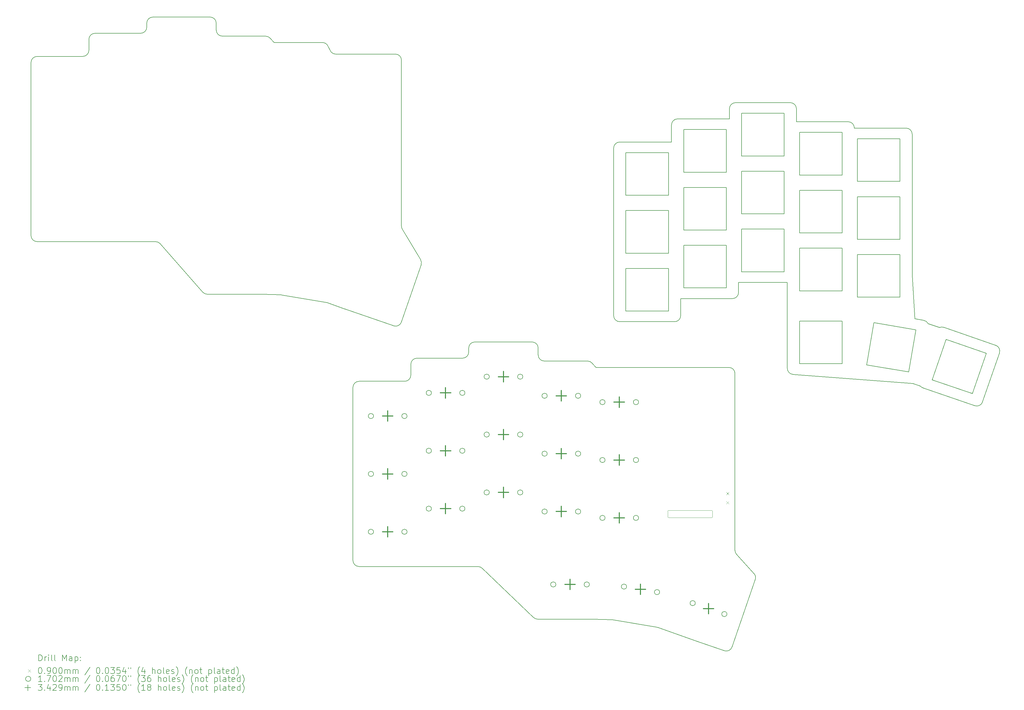
<source format=gbr>
%TF.GenerationSoftware,KiCad,Pcbnew,8.0.4*%
%TF.CreationDate,2024-08-15T00:18:30+05:45*%
%TF.ProjectId,kankeys,6b616e6b-6579-4732-9e6b-696361645f70,0.0.1*%
%TF.SameCoordinates,Original*%
%TF.FileFunction,Drillmap*%
%TF.FilePolarity,Positive*%
%FSLAX45Y45*%
G04 Gerber Fmt 4.5, Leading zero omitted, Abs format (unit mm)*
G04 Created by KiCad (PCBNEW 8.0.4) date 2024-08-15 00:18:30*
%MOMM*%
%LPD*%
G01*
G04 APERTURE LIST*
%ADD10C,0.150000*%
%ADD11C,0.050000*%
%ADD12C,0.200000*%
%ADD13C,0.100000*%
%ADD14C,0.170180*%
%ADD15C,0.342900*%
G04 APERTURE END LIST*
D10*
X27607573Y-15360000D02*
X27607573Y-21162447D01*
X22949388Y-23425000D02*
G75*
G02*
X22955757Y-23425101I-5J-200400D01*
G01*
X28231812Y-21923893D02*
G75*
G02*
X28273203Y-22123840I-147718J-134837D01*
G01*
X27659856Y-21297279D02*
G75*
G02*
X27607575Y-21162447I147717J134829D01*
G01*
X27510954Y-24337557D02*
G75*
G02*
X27256739Y-24461541I-189101J65117D01*
G01*
X21132908Y-23425000D02*
G75*
G02*
X20994558Y-23369432I-5J200000D01*
G01*
X27659856Y-21297279D02*
X28231812Y-21923893D01*
X18867574Y-14656000D02*
G75*
G02*
X18667574Y-14856000I-200000J0D01*
G01*
X23555443Y-23444206D02*
X22955757Y-23425101D01*
X19167239Y-21696000D02*
G75*
G02*
X19305589Y-21751568I5J-200000D01*
G01*
X16967574Y-15056000D02*
G75*
G02*
X17167574Y-14856000I200000J0D01*
G01*
X23047573Y-15160000D02*
X27407573Y-15160000D01*
X25050771Y-23692621D02*
X23582084Y-23446847D01*
X28273199Y-22123839D02*
X27510954Y-24337557D01*
X15267573Y-21696000D02*
X19167239Y-21696000D01*
X27407573Y-15160000D02*
G75*
G02*
X27607573Y-15360000I0J-200000D01*
G01*
X21347574Y-14951000D02*
X22769099Y-14951000D01*
X18867574Y-14524000D02*
G75*
G02*
X19067574Y-14324000I200000J0D01*
G01*
X20994560Y-23369429D02*
X19305587Y-21751571D01*
X27256737Y-24461547D02*
X26368753Y-24155790D01*
X25050771Y-23692621D02*
G75*
G02*
X25084480Y-23701335I-33007J-197259D01*
G01*
X18867574Y-14656000D02*
X18867574Y-14524000D01*
X21347574Y-14951000D02*
G75*
G02*
X21147574Y-14751000I0J200000D01*
G01*
X16967574Y-15416000D02*
X16967574Y-15056000D01*
X15067573Y-21496000D02*
X15067573Y-15816000D01*
X17167574Y-14856000D02*
X18667574Y-14856000D01*
X15067573Y-15816000D02*
G75*
G02*
X15267573Y-15616000I200000J0D01*
G01*
X16967574Y-15416000D02*
G75*
G02*
X16767573Y-15616000I-200000J0D01*
G01*
X22769099Y-14951000D02*
G75*
G02*
X22917090Y-15016463I4J-200000D01*
G01*
X19067574Y-14324000D02*
X20947574Y-14324000D01*
X23555443Y-23444206D02*
G75*
G02*
X23582084Y-23446847I-6369J-199904D01*
G01*
X20947574Y-14324000D02*
G75*
G02*
X21147574Y-14524000I0J-200000D01*
G01*
X22949388Y-23425000D02*
X21132908Y-23425000D01*
X26368753Y-24155790D02*
G75*
G02*
X26367147Y-24155229I67711J196560D01*
G01*
X15267573Y-21696000D02*
G75*
G02*
X15067573Y-21496000I0J200000D01*
G01*
X22917087Y-15016465D02*
X23047573Y-15160000D01*
X15267573Y-15616000D02*
X16767573Y-15616000D01*
X21147574Y-14524000D02*
X21147574Y-14751000D01*
X26367147Y-24155229D02*
X25084480Y-23701335D01*
X16688303Y-10621379D02*
X17287894Y-11625083D01*
X17305301Y-11792764D02*
X16658381Y-13671557D01*
X16404163Y-13795547D02*
X14798573Y-13242698D01*
X14795002Y-13241431D02*
X14232834Y-13035868D01*
X14197159Y-13026448D02*
X12729511Y-12780847D01*
X12702869Y-12778206D02*
X12103183Y-12759101D01*
X12096815Y-12759000D02*
X10290473Y-12759000D01*
X10140265Y-12691051D02*
X8739735Y-11097949D01*
X4700000Y-11030000D02*
X8589527Y-11030000D01*
X4500000Y-10830000D02*
X4500000Y-5150000D01*
X4700000Y-4950000D02*
X6200000Y-4950000D01*
X6400000Y-4750000D02*
X6400000Y-4390000D01*
X6600000Y-4190000D02*
X8100000Y-4190000D01*
X8300000Y-3990000D02*
X8300000Y-3858000D01*
X8500000Y-3658000D02*
X10380000Y-3658000D01*
X10580000Y-3858000D02*
X10580000Y-4085000D01*
X10780000Y-4285000D02*
X12201526Y-4285000D01*
X12349514Y-4350465D02*
X12480000Y-4494000D01*
X12480000Y-4494000D02*
X14066393Y-4494000D01*
X14245279Y-4604557D02*
X14324721Y-4763443D01*
X14503607Y-4874000D02*
X16460000Y-4874000D01*
X16660000Y-5074000D02*
X16660000Y-10518811D01*
X17287894Y-11625083D02*
G75*
G02*
X17305301Y-11792764I-171697J-102568D01*
G01*
X16658381Y-13671557D02*
G75*
G02*
X16404163Y-13795547I-189104J65114D01*
G01*
X14798573Y-13242698D02*
G75*
G02*
X14795002Y-13241431I65114J189104D01*
G01*
X14197159Y-13026448D02*
G75*
G02*
X14232834Y-13035868I-33010J-197257D01*
G01*
X12702869Y-12778206D02*
G75*
G02*
X12729511Y-12780847I-6368J-199899D01*
G01*
X12096815Y-12759000D02*
G75*
G02*
X12103183Y-12759101I0J-200000D01*
G01*
X10290473Y-12759000D02*
G75*
G02*
X10140265Y-12691051I0J200000D01*
G01*
X8589527Y-11030000D02*
G75*
G02*
X8739735Y-11097949I0J-200000D01*
G01*
X4700000Y-11030000D02*
G75*
G02*
X4500000Y-10830000I0J200000D01*
G01*
X4500000Y-5150000D02*
G75*
G02*
X4700000Y-4950000I200000J0D01*
G01*
X6400000Y-4750000D02*
G75*
G02*
X6200000Y-4950000I-200000J0D01*
G01*
X6400000Y-4390000D02*
G75*
G02*
X6600000Y-4190000I200000J0D01*
G01*
X8300000Y-3990000D02*
G75*
G02*
X8100000Y-4190000I-200000J0D01*
G01*
X8300000Y-3858000D02*
G75*
G02*
X8500000Y-3658000I200000J0D01*
G01*
X10380000Y-3658000D02*
G75*
G02*
X10580000Y-3858000I0J-200000D01*
G01*
X10780000Y-4285000D02*
G75*
G02*
X10580000Y-4085000I0J200000D01*
G01*
X12201526Y-4285000D02*
G75*
G02*
X12349514Y-4350465I0J-200000D01*
G01*
X14066393Y-4494000D02*
G75*
G02*
X14245279Y-4604557I0J-200000D01*
G01*
X14503607Y-4874000D02*
G75*
G02*
X14324721Y-4763443I0J200000D01*
G01*
X16460000Y-4874000D02*
G75*
G02*
X16660000Y-5074000I0J-200000D01*
G01*
X16688303Y-10621379D02*
G75*
G02*
X16660000Y-10518811I171697J102568D01*
G01*
X23825000Y-13660000D02*
X25625000Y-13660000D01*
X25825000Y-13460000D02*
G75*
G02*
X25625000Y-13660000I-200000J0D01*
G01*
X25825000Y-13460000D02*
X25825000Y-12900000D01*
X25825000Y-12900000D02*
X27525000Y-12900000D01*
X27725000Y-12700000D02*
G75*
G02*
X27525000Y-12900000I-200000J0D01*
G01*
X27725000Y-12700000D02*
X27725000Y-12368000D01*
X27725000Y-12368000D02*
X29325000Y-12368000D01*
X29325000Y-15189000D02*
X29325000Y-12368000D01*
X29510018Y-15388438D02*
G75*
G02*
X29325000Y-15189000I14982J199438D01*
G01*
X29510018Y-15388438D02*
X33444231Y-15683987D01*
X33444231Y-15683987D02*
X33692921Y-15773558D01*
X33778710Y-15831405D02*
G75*
G02*
X33692921Y-15773558I65114J189104D01*
G01*
X33778710Y-15831405D02*
X35480644Y-16417428D01*
X35734861Y-16293438D02*
G75*
G02*
X35480644Y-16417428I-189104J65114D01*
G01*
X35734861Y-16293438D02*
X36288327Y-14686056D01*
X36164337Y-14431839D02*
G75*
G02*
X36288327Y-14686056I-65114J-189104D01*
G01*
X36164337Y-14431839D02*
X34462403Y-13845816D01*
X34329668Y-13846699D02*
G75*
G02*
X34462403Y-13845816I67622J-188221D01*
G01*
X34329668Y-13846699D02*
X33948039Y-13724996D01*
X33799967Y-13612647D02*
G75*
G02*
X33948039Y-13724996I-33010J-197257D01*
G01*
X33799967Y-13612647D02*
X33512903Y-13564609D01*
X33512903Y-13564609D02*
X33425000Y-12147802D01*
X33425000Y-12147802D02*
X33425000Y-7504000D01*
X33225000Y-7304000D02*
G75*
G02*
X33425000Y-7504000I0J-200000D01*
G01*
X31525000Y-7304000D02*
X33225000Y-7304000D01*
X31525000Y-7304000D02*
X31525000Y-7295000D01*
X31325000Y-7095000D02*
G75*
G02*
X31525000Y-7295000I0J-200000D01*
G01*
X29625000Y-7095000D02*
X31325000Y-7095000D01*
X29625000Y-7095000D02*
X29625000Y-6668000D01*
X29425000Y-6468000D02*
G75*
G02*
X29625000Y-6668000I0J-200000D01*
G01*
X29425000Y-6468000D02*
X27625000Y-6468000D01*
X27425000Y-6668000D02*
G75*
G02*
X27625000Y-6468000I200000J0D01*
G01*
X27425000Y-6668000D02*
X27425000Y-7000000D01*
X25725000Y-7000000D02*
X27425000Y-7000000D01*
X25525000Y-7200000D02*
G75*
G02*
X25725000Y-7000000I200000J0D01*
G01*
X25525000Y-7200000D02*
X25525000Y-7760000D01*
X23825000Y-7760000D02*
X25525000Y-7760000D01*
X23625000Y-7960000D02*
G75*
G02*
X23825000Y-7760000I200000J0D01*
G01*
X23625000Y-13460000D02*
X23625000Y-7960000D01*
X23825000Y-13660000D02*
G75*
G02*
X23625000Y-13460000I0J200000D01*
G01*
X24025000Y-13310000D02*
X25425000Y-13310000D01*
X25425000Y-13310000D02*
X25425000Y-11910000D01*
X25425000Y-11910000D02*
X24025000Y-11910000D01*
X24025000Y-11910000D02*
X24025000Y-13310000D01*
X24025000Y-11410000D02*
X25425000Y-11410000D01*
X25425000Y-11410000D02*
X25425000Y-10010000D01*
X25425000Y-10010000D02*
X24025000Y-10010000D01*
X24025000Y-10010000D02*
X24025000Y-11410000D01*
X24025000Y-9510000D02*
X25425000Y-9510000D01*
X25425000Y-9510000D02*
X25425000Y-8110000D01*
X25425000Y-8110000D02*
X24025000Y-8110000D01*
X24025000Y-8110000D02*
X24025000Y-9510000D01*
X25925000Y-12550000D02*
X27325000Y-12550000D01*
X27325000Y-12550000D02*
X27325000Y-11150000D01*
X27325000Y-11150000D02*
X25925000Y-11150000D01*
X25925000Y-11150000D02*
X25925000Y-12550000D01*
X25925000Y-10650000D02*
X27325000Y-10650000D01*
X27325000Y-10650000D02*
X27325000Y-9250000D01*
X27325000Y-9250000D02*
X25925000Y-9250000D01*
X25925000Y-9250000D02*
X25925000Y-10650000D01*
X25925000Y-8750000D02*
X27325000Y-8750000D01*
X27325000Y-8750000D02*
X27325000Y-7350000D01*
X27325000Y-7350000D02*
X25925000Y-7350000D01*
X25925000Y-7350000D02*
X25925000Y-8750000D01*
X27825000Y-12018000D02*
X29225000Y-12018000D01*
X29225000Y-12018000D02*
X29225000Y-10618000D01*
X29225000Y-10618000D02*
X27825000Y-10618000D01*
X27825000Y-10618000D02*
X27825000Y-12018000D01*
X27825000Y-10118000D02*
X29225000Y-10118000D01*
X29225000Y-10118000D02*
X29225000Y-8718000D01*
X29225000Y-8718000D02*
X27825000Y-8718000D01*
X27825000Y-8718000D02*
X27825000Y-10118000D01*
X27825000Y-8218000D02*
X29225000Y-8218000D01*
X29225000Y-8218000D02*
X29225000Y-6818000D01*
X29225000Y-6818000D02*
X27825000Y-6818000D01*
X27825000Y-6818000D02*
X27825000Y-8218000D01*
X29725000Y-12645000D02*
X31125000Y-12645000D01*
X31125000Y-12645000D02*
X31125000Y-11245000D01*
X31125000Y-11245000D02*
X29725000Y-11245000D01*
X29725000Y-11245000D02*
X29725000Y-12645000D01*
X29725000Y-10745000D02*
X31125000Y-10745000D01*
X31125000Y-10745000D02*
X31125000Y-9345000D01*
X31125000Y-9345000D02*
X29725000Y-9345000D01*
X29725000Y-9345000D02*
X29725000Y-10745000D01*
X29725000Y-8845000D02*
X31125000Y-8845000D01*
X31125000Y-8845000D02*
X31125000Y-7445000D01*
X31125000Y-7445000D02*
X29725000Y-7445000D01*
X29725000Y-7445000D02*
X29725000Y-8845000D01*
X31625000Y-12854000D02*
X33025000Y-12854000D01*
X33025000Y-12854000D02*
X33025000Y-11454000D01*
X33025000Y-11454000D02*
X31625000Y-11454000D01*
X31625000Y-11454000D02*
X31625000Y-12854000D01*
X31625000Y-10954000D02*
X33025000Y-10954000D01*
X33025000Y-10954000D02*
X33025000Y-9554000D01*
X33025000Y-9554000D02*
X31625000Y-9554000D01*
X31625000Y-9554000D02*
X31625000Y-10954000D01*
X31625000Y-9054000D02*
X33025000Y-9054000D01*
X33025000Y-9054000D02*
X33025000Y-7654000D01*
X33025000Y-7654000D02*
X31625000Y-7654000D01*
X31625000Y-7654000D02*
X31625000Y-9054000D01*
X29725000Y-15039000D02*
X31125000Y-15039000D01*
X31125000Y-15039000D02*
X31125000Y-13639000D01*
X31125000Y-13639000D02*
X29725000Y-13639000D01*
X29725000Y-13639000D02*
X29725000Y-15039000D01*
X31933077Y-15074570D02*
X33313876Y-15305637D01*
X33313876Y-15305637D02*
X33544943Y-13924837D01*
X33544943Y-13924837D02*
X32164143Y-13693771D01*
X32164143Y-13693771D02*
X31933077Y-15074570D01*
X34081763Y-15565587D02*
X35405489Y-16021383D01*
X35405489Y-16021383D02*
X35861284Y-14697657D01*
X35861284Y-14697657D02*
X34537558Y-14241861D01*
X34537558Y-14241861D02*
X34081763Y-15565587D01*
D11*
X25401523Y-20063750D02*
X25401523Y-19883750D01*
X25431123Y-20093750D02*
X26841123Y-20093750D01*
X26841123Y-19853750D02*
X25431523Y-19853750D01*
X26871123Y-20063750D02*
X26871123Y-19883750D01*
X25401523Y-19883750D02*
G75*
G02*
X25431523Y-19853750I30000J0D01*
G01*
X25431523Y-20093750D02*
G75*
G02*
X25401523Y-20063750I0J30000D01*
G01*
X26841123Y-19853750D02*
G75*
G02*
X26871123Y-19883750I0J-30000D01*
G01*
X26871123Y-20063750D02*
G75*
G02*
X26841123Y-20093750I-30000J0D01*
G01*
D12*
D13*
X27320573Y-19255000D02*
X27410573Y-19345000D01*
X27410573Y-19255000D02*
X27320573Y-19345000D01*
X27320573Y-19255000D02*
X27410573Y-19345000D01*
X27410573Y-19255000D02*
X27320573Y-19345000D01*
X27320573Y-19555000D02*
X27410573Y-19645000D01*
X27410573Y-19555000D02*
X27320573Y-19645000D01*
X27320573Y-19555000D02*
X27410573Y-19645000D01*
X27410573Y-19555000D02*
X27320573Y-19645000D01*
D14*
X15742663Y-16756000D02*
G75*
G02*
X15572483Y-16756000I-85090J0D01*
G01*
X15572483Y-16756000D02*
G75*
G02*
X15742663Y-16756000I85090J0D01*
G01*
X15742663Y-18656000D02*
G75*
G02*
X15572483Y-18656000I-85090J0D01*
G01*
X15572483Y-18656000D02*
G75*
G02*
X15742663Y-18656000I85090J0D01*
G01*
X15742663Y-20556000D02*
G75*
G02*
X15572483Y-20556000I-85090J0D01*
G01*
X15572483Y-20556000D02*
G75*
G02*
X15742663Y-20556000I85090J0D01*
G01*
X16842664Y-16756000D02*
G75*
G02*
X16672483Y-16756000I-85090J0D01*
G01*
X16672483Y-16756000D02*
G75*
G02*
X16842664Y-16756000I85090J0D01*
G01*
X16842664Y-18656000D02*
G75*
G02*
X16672483Y-18656000I-85090J0D01*
G01*
X16672483Y-18656000D02*
G75*
G02*
X16842664Y-18656000I85090J0D01*
G01*
X16842664Y-20556000D02*
G75*
G02*
X16672483Y-20556000I-85090J0D01*
G01*
X16672483Y-20556000D02*
G75*
G02*
X16842664Y-20556000I85090J0D01*
G01*
X17642664Y-15996000D02*
G75*
G02*
X17472484Y-15996000I-85090J0D01*
G01*
X17472484Y-15996000D02*
G75*
G02*
X17642664Y-15996000I85090J0D01*
G01*
X17642664Y-17896000D02*
G75*
G02*
X17472484Y-17896000I-85090J0D01*
G01*
X17472484Y-17896000D02*
G75*
G02*
X17642664Y-17896000I85090J0D01*
G01*
X17642664Y-19796000D02*
G75*
G02*
X17472484Y-19796000I-85090J0D01*
G01*
X17472484Y-19796000D02*
G75*
G02*
X17642664Y-19796000I85090J0D01*
G01*
X18742664Y-15996000D02*
G75*
G02*
X18572484Y-15996000I-85090J0D01*
G01*
X18572484Y-15996000D02*
G75*
G02*
X18742664Y-15996000I85090J0D01*
G01*
X18742664Y-17896000D02*
G75*
G02*
X18572484Y-17896000I-85090J0D01*
G01*
X18572484Y-17896000D02*
G75*
G02*
X18742664Y-17896000I85090J0D01*
G01*
X18742664Y-19796000D02*
G75*
G02*
X18572484Y-19796000I-85090J0D01*
G01*
X18572484Y-19796000D02*
G75*
G02*
X18742664Y-19796000I85090J0D01*
G01*
X19542664Y-15464000D02*
G75*
G02*
X19372484Y-15464000I-85090J0D01*
G01*
X19372484Y-15464000D02*
G75*
G02*
X19542664Y-15464000I85090J0D01*
G01*
X19542664Y-17364000D02*
G75*
G02*
X19372484Y-17364000I-85090J0D01*
G01*
X19372484Y-17364000D02*
G75*
G02*
X19542664Y-17364000I85090J0D01*
G01*
X19542664Y-19264000D02*
G75*
G02*
X19372484Y-19264000I-85090J0D01*
G01*
X19372484Y-19264000D02*
G75*
G02*
X19542664Y-19264000I85090J0D01*
G01*
X20642664Y-15464000D02*
G75*
G02*
X20472484Y-15464000I-85090J0D01*
G01*
X20472484Y-15464000D02*
G75*
G02*
X20642664Y-15464000I85090J0D01*
G01*
X20642664Y-17364000D02*
G75*
G02*
X20472484Y-17364000I-85090J0D01*
G01*
X20472484Y-17364000D02*
G75*
G02*
X20642664Y-17364000I85090J0D01*
G01*
X20642664Y-19264000D02*
G75*
G02*
X20472484Y-19264000I-85090J0D01*
G01*
X20472484Y-19264000D02*
G75*
G02*
X20642664Y-19264000I85090J0D01*
G01*
X21442664Y-16091000D02*
G75*
G02*
X21272484Y-16091000I-85090J0D01*
G01*
X21272484Y-16091000D02*
G75*
G02*
X21442664Y-16091000I85090J0D01*
G01*
X21442664Y-17991000D02*
G75*
G02*
X21272484Y-17991000I-85090J0D01*
G01*
X21272484Y-17991000D02*
G75*
G02*
X21442664Y-17991000I85090J0D01*
G01*
X21442664Y-19891000D02*
G75*
G02*
X21272484Y-19891000I-85090J0D01*
G01*
X21272484Y-19891000D02*
G75*
G02*
X21442664Y-19891000I85090J0D01*
G01*
X21727664Y-22285000D02*
G75*
G02*
X21557484Y-22285000I-85090J0D01*
G01*
X21557484Y-22285000D02*
G75*
G02*
X21727664Y-22285000I85090J0D01*
G01*
X22542663Y-16091000D02*
G75*
G02*
X22372483Y-16091000I-85090J0D01*
G01*
X22372483Y-16091000D02*
G75*
G02*
X22542663Y-16091000I85090J0D01*
G01*
X22542663Y-17991000D02*
G75*
G02*
X22372483Y-17991000I-85090J0D01*
G01*
X22372483Y-17991000D02*
G75*
G02*
X22542663Y-17991000I85090J0D01*
G01*
X22542663Y-19891000D02*
G75*
G02*
X22372483Y-19891000I-85090J0D01*
G01*
X22372483Y-19891000D02*
G75*
G02*
X22542663Y-19891000I85090J0D01*
G01*
X22827663Y-22285000D02*
G75*
G02*
X22657483Y-22285000I-85090J0D01*
G01*
X22657483Y-22285000D02*
G75*
G02*
X22827663Y-22285000I85090J0D01*
G01*
X23342663Y-16300000D02*
G75*
G02*
X23172483Y-16300000I-85090J0D01*
G01*
X23172483Y-16300000D02*
G75*
G02*
X23342663Y-16300000I85090J0D01*
G01*
X23342663Y-18200000D02*
G75*
G02*
X23172483Y-18200000I-85090J0D01*
G01*
X23172483Y-18200000D02*
G75*
G02*
X23342663Y-18200000I85090J0D01*
G01*
X23342663Y-20100000D02*
G75*
G02*
X23172483Y-20100000I-85090J0D01*
G01*
X23172483Y-20100000D02*
G75*
G02*
X23342663Y-20100000I85090J0D01*
G01*
X24049216Y-22354928D02*
G75*
G02*
X23879036Y-22354928I-85090J0D01*
G01*
X23879036Y-22354928D02*
G75*
G02*
X24049216Y-22354928I85090J0D01*
G01*
X24442663Y-16300000D02*
G75*
G02*
X24272483Y-16300000I-85090J0D01*
G01*
X24272483Y-16300000D02*
G75*
G02*
X24442663Y-16300000I85090J0D01*
G01*
X24442663Y-18200000D02*
G75*
G02*
X24272483Y-18200000I-85090J0D01*
G01*
X24272483Y-18200000D02*
G75*
G02*
X24442663Y-18200000I85090J0D01*
G01*
X24442663Y-20100000D02*
G75*
G02*
X24272483Y-20100000I-85090J0D01*
G01*
X24272483Y-20100000D02*
G75*
G02*
X24442663Y-20100000I85090J0D01*
G01*
X25134130Y-22536480D02*
G75*
G02*
X24963950Y-22536480I-85090J0D01*
G01*
X24963950Y-22536480D02*
G75*
G02*
X25134130Y-22536480I85090J0D01*
G01*
X26304152Y-22898560D02*
G75*
G02*
X26133972Y-22898560I-85090J0D01*
G01*
X26133972Y-22898560D02*
G75*
G02*
X26304152Y-22898560I85090J0D01*
G01*
X27344222Y-23256685D02*
G75*
G02*
X27174042Y-23256685I-85090J0D01*
G01*
X27174042Y-23256685D02*
G75*
G02*
X27344222Y-23256685I85090J0D01*
G01*
D15*
X16207573Y-16584550D02*
X16207573Y-16927450D01*
X16036123Y-16756000D02*
X16379023Y-16756000D01*
X16207573Y-18484550D02*
X16207573Y-18827450D01*
X16036123Y-18656000D02*
X16379023Y-18656000D01*
X16207573Y-20384550D02*
X16207573Y-20727450D01*
X16036123Y-20556000D02*
X16379023Y-20556000D01*
X18107574Y-15824550D02*
X18107574Y-16167450D01*
X17936124Y-15996000D02*
X18279024Y-15996000D01*
X18107574Y-17724550D02*
X18107574Y-18067450D01*
X17936124Y-17896000D02*
X18279024Y-17896000D01*
X18107574Y-19624550D02*
X18107574Y-19967450D01*
X17936124Y-19796000D02*
X18279024Y-19796000D01*
X20007574Y-15292550D02*
X20007574Y-15635450D01*
X19836124Y-15464000D02*
X20179024Y-15464000D01*
X20007574Y-17192550D02*
X20007574Y-17535450D01*
X19836124Y-17364000D02*
X20179024Y-17364000D01*
X20007574Y-19092550D02*
X20007574Y-19435450D01*
X19836124Y-19264000D02*
X20179024Y-19264000D01*
X21907574Y-15919550D02*
X21907574Y-16262450D01*
X21736124Y-16091000D02*
X22079024Y-16091000D01*
X21907574Y-17819550D02*
X21907574Y-18162450D01*
X21736124Y-17991000D02*
X22079024Y-17991000D01*
X21907574Y-19719550D02*
X21907574Y-20062450D01*
X21736124Y-19891000D02*
X22079024Y-19891000D01*
X22192574Y-22113550D02*
X22192574Y-22456450D01*
X22021124Y-22285000D02*
X22364024Y-22285000D01*
X23807573Y-16128550D02*
X23807573Y-16471450D01*
X23636123Y-16300000D02*
X23979023Y-16300000D01*
X23807573Y-18028550D02*
X23807573Y-18371450D01*
X23636123Y-18200000D02*
X23979023Y-18200000D01*
X23807573Y-19928550D02*
X23807573Y-20271450D01*
X23636123Y-20100000D02*
X23979023Y-20100000D01*
X24506583Y-22274254D02*
X24506583Y-22617154D01*
X24335133Y-22445704D02*
X24678033Y-22445704D01*
X26739097Y-22906172D02*
X26739097Y-23249072D01*
X26567647Y-23077622D02*
X26910547Y-23077622D01*
D12*
X4753277Y-24791422D02*
X4753277Y-24591422D01*
X4753277Y-24591422D02*
X4800896Y-24591422D01*
X4800896Y-24591422D02*
X4829467Y-24600946D01*
X4829467Y-24600946D02*
X4848515Y-24619993D01*
X4848515Y-24619993D02*
X4858039Y-24639041D01*
X4858039Y-24639041D02*
X4867563Y-24677136D01*
X4867563Y-24677136D02*
X4867563Y-24705708D01*
X4867563Y-24705708D02*
X4858039Y-24743803D01*
X4858039Y-24743803D02*
X4848515Y-24762850D01*
X4848515Y-24762850D02*
X4829467Y-24781898D01*
X4829467Y-24781898D02*
X4800896Y-24791422D01*
X4800896Y-24791422D02*
X4753277Y-24791422D01*
X4953277Y-24791422D02*
X4953277Y-24658089D01*
X4953277Y-24696184D02*
X4962801Y-24677136D01*
X4962801Y-24677136D02*
X4972324Y-24667612D01*
X4972324Y-24667612D02*
X4991372Y-24658089D01*
X4991372Y-24658089D02*
X5010420Y-24658089D01*
X5077086Y-24791422D02*
X5077086Y-24658089D01*
X5077086Y-24591422D02*
X5067563Y-24600946D01*
X5067563Y-24600946D02*
X5077086Y-24610470D01*
X5077086Y-24610470D02*
X5086610Y-24600946D01*
X5086610Y-24600946D02*
X5077086Y-24591422D01*
X5077086Y-24591422D02*
X5077086Y-24610470D01*
X5200896Y-24791422D02*
X5181848Y-24781898D01*
X5181848Y-24781898D02*
X5172324Y-24762850D01*
X5172324Y-24762850D02*
X5172324Y-24591422D01*
X5305658Y-24791422D02*
X5286610Y-24781898D01*
X5286610Y-24781898D02*
X5277086Y-24762850D01*
X5277086Y-24762850D02*
X5277086Y-24591422D01*
X5534229Y-24791422D02*
X5534229Y-24591422D01*
X5534229Y-24591422D02*
X5600896Y-24734279D01*
X5600896Y-24734279D02*
X5667562Y-24591422D01*
X5667562Y-24591422D02*
X5667562Y-24791422D01*
X5848515Y-24791422D02*
X5848515Y-24686660D01*
X5848515Y-24686660D02*
X5838991Y-24667612D01*
X5838991Y-24667612D02*
X5819943Y-24658089D01*
X5819943Y-24658089D02*
X5781848Y-24658089D01*
X5781848Y-24658089D02*
X5762801Y-24667612D01*
X5848515Y-24781898D02*
X5829467Y-24791422D01*
X5829467Y-24791422D02*
X5781848Y-24791422D01*
X5781848Y-24791422D02*
X5762801Y-24781898D01*
X5762801Y-24781898D02*
X5753277Y-24762850D01*
X5753277Y-24762850D02*
X5753277Y-24743803D01*
X5753277Y-24743803D02*
X5762801Y-24724755D01*
X5762801Y-24724755D02*
X5781848Y-24715231D01*
X5781848Y-24715231D02*
X5829467Y-24715231D01*
X5829467Y-24715231D02*
X5848515Y-24705708D01*
X5943753Y-24658089D02*
X5943753Y-24858089D01*
X5943753Y-24667612D02*
X5962801Y-24658089D01*
X5962801Y-24658089D02*
X6000896Y-24658089D01*
X6000896Y-24658089D02*
X6019943Y-24667612D01*
X6019943Y-24667612D02*
X6029467Y-24677136D01*
X6029467Y-24677136D02*
X6038991Y-24696184D01*
X6038991Y-24696184D02*
X6038991Y-24753327D01*
X6038991Y-24753327D02*
X6029467Y-24772374D01*
X6029467Y-24772374D02*
X6019943Y-24781898D01*
X6019943Y-24781898D02*
X6000896Y-24791422D01*
X6000896Y-24791422D02*
X5962801Y-24791422D01*
X5962801Y-24791422D02*
X5943753Y-24781898D01*
X6124705Y-24772374D02*
X6134229Y-24781898D01*
X6134229Y-24781898D02*
X6124705Y-24791422D01*
X6124705Y-24791422D02*
X6115182Y-24781898D01*
X6115182Y-24781898D02*
X6124705Y-24772374D01*
X6124705Y-24772374D02*
X6124705Y-24791422D01*
X6124705Y-24667612D02*
X6134229Y-24677136D01*
X6134229Y-24677136D02*
X6124705Y-24686660D01*
X6124705Y-24686660D02*
X6115182Y-24677136D01*
X6115182Y-24677136D02*
X6124705Y-24667612D01*
X6124705Y-24667612D02*
X6124705Y-24686660D01*
D13*
X4402500Y-25074938D02*
X4492500Y-25164938D01*
X4492500Y-25074938D02*
X4402500Y-25164938D01*
D12*
X4791372Y-25011422D02*
X4810420Y-25011422D01*
X4810420Y-25011422D02*
X4829467Y-25020946D01*
X4829467Y-25020946D02*
X4838991Y-25030470D01*
X4838991Y-25030470D02*
X4848515Y-25049517D01*
X4848515Y-25049517D02*
X4858039Y-25087612D01*
X4858039Y-25087612D02*
X4858039Y-25135231D01*
X4858039Y-25135231D02*
X4848515Y-25173327D01*
X4848515Y-25173327D02*
X4838991Y-25192374D01*
X4838991Y-25192374D02*
X4829467Y-25201898D01*
X4829467Y-25201898D02*
X4810420Y-25211422D01*
X4810420Y-25211422D02*
X4791372Y-25211422D01*
X4791372Y-25211422D02*
X4772324Y-25201898D01*
X4772324Y-25201898D02*
X4762801Y-25192374D01*
X4762801Y-25192374D02*
X4753277Y-25173327D01*
X4753277Y-25173327D02*
X4743753Y-25135231D01*
X4743753Y-25135231D02*
X4743753Y-25087612D01*
X4743753Y-25087612D02*
X4753277Y-25049517D01*
X4753277Y-25049517D02*
X4762801Y-25030470D01*
X4762801Y-25030470D02*
X4772324Y-25020946D01*
X4772324Y-25020946D02*
X4791372Y-25011422D01*
X4943753Y-25192374D02*
X4953277Y-25201898D01*
X4953277Y-25201898D02*
X4943753Y-25211422D01*
X4943753Y-25211422D02*
X4934229Y-25201898D01*
X4934229Y-25201898D02*
X4943753Y-25192374D01*
X4943753Y-25192374D02*
X4943753Y-25211422D01*
X5048515Y-25211422D02*
X5086610Y-25211422D01*
X5086610Y-25211422D02*
X5105658Y-25201898D01*
X5105658Y-25201898D02*
X5115182Y-25192374D01*
X5115182Y-25192374D02*
X5134229Y-25163803D01*
X5134229Y-25163803D02*
X5143753Y-25125708D01*
X5143753Y-25125708D02*
X5143753Y-25049517D01*
X5143753Y-25049517D02*
X5134229Y-25030470D01*
X5134229Y-25030470D02*
X5124705Y-25020946D01*
X5124705Y-25020946D02*
X5105658Y-25011422D01*
X5105658Y-25011422D02*
X5067563Y-25011422D01*
X5067563Y-25011422D02*
X5048515Y-25020946D01*
X5048515Y-25020946D02*
X5038991Y-25030470D01*
X5038991Y-25030470D02*
X5029467Y-25049517D01*
X5029467Y-25049517D02*
X5029467Y-25097136D01*
X5029467Y-25097136D02*
X5038991Y-25116184D01*
X5038991Y-25116184D02*
X5048515Y-25125708D01*
X5048515Y-25125708D02*
X5067563Y-25135231D01*
X5067563Y-25135231D02*
X5105658Y-25135231D01*
X5105658Y-25135231D02*
X5124705Y-25125708D01*
X5124705Y-25125708D02*
X5134229Y-25116184D01*
X5134229Y-25116184D02*
X5143753Y-25097136D01*
X5267563Y-25011422D02*
X5286610Y-25011422D01*
X5286610Y-25011422D02*
X5305658Y-25020946D01*
X5305658Y-25020946D02*
X5315182Y-25030470D01*
X5315182Y-25030470D02*
X5324705Y-25049517D01*
X5324705Y-25049517D02*
X5334229Y-25087612D01*
X5334229Y-25087612D02*
X5334229Y-25135231D01*
X5334229Y-25135231D02*
X5324705Y-25173327D01*
X5324705Y-25173327D02*
X5315182Y-25192374D01*
X5315182Y-25192374D02*
X5305658Y-25201898D01*
X5305658Y-25201898D02*
X5286610Y-25211422D01*
X5286610Y-25211422D02*
X5267563Y-25211422D01*
X5267563Y-25211422D02*
X5248515Y-25201898D01*
X5248515Y-25201898D02*
X5238991Y-25192374D01*
X5238991Y-25192374D02*
X5229467Y-25173327D01*
X5229467Y-25173327D02*
X5219944Y-25135231D01*
X5219944Y-25135231D02*
X5219944Y-25087612D01*
X5219944Y-25087612D02*
X5229467Y-25049517D01*
X5229467Y-25049517D02*
X5238991Y-25030470D01*
X5238991Y-25030470D02*
X5248515Y-25020946D01*
X5248515Y-25020946D02*
X5267563Y-25011422D01*
X5458039Y-25011422D02*
X5477086Y-25011422D01*
X5477086Y-25011422D02*
X5496134Y-25020946D01*
X5496134Y-25020946D02*
X5505658Y-25030470D01*
X5505658Y-25030470D02*
X5515182Y-25049517D01*
X5515182Y-25049517D02*
X5524705Y-25087612D01*
X5524705Y-25087612D02*
X5524705Y-25135231D01*
X5524705Y-25135231D02*
X5515182Y-25173327D01*
X5515182Y-25173327D02*
X5505658Y-25192374D01*
X5505658Y-25192374D02*
X5496134Y-25201898D01*
X5496134Y-25201898D02*
X5477086Y-25211422D01*
X5477086Y-25211422D02*
X5458039Y-25211422D01*
X5458039Y-25211422D02*
X5438991Y-25201898D01*
X5438991Y-25201898D02*
X5429467Y-25192374D01*
X5429467Y-25192374D02*
X5419944Y-25173327D01*
X5419944Y-25173327D02*
X5410420Y-25135231D01*
X5410420Y-25135231D02*
X5410420Y-25087612D01*
X5410420Y-25087612D02*
X5419944Y-25049517D01*
X5419944Y-25049517D02*
X5429467Y-25030470D01*
X5429467Y-25030470D02*
X5438991Y-25020946D01*
X5438991Y-25020946D02*
X5458039Y-25011422D01*
X5610420Y-25211422D02*
X5610420Y-25078089D01*
X5610420Y-25097136D02*
X5619943Y-25087612D01*
X5619943Y-25087612D02*
X5638991Y-25078089D01*
X5638991Y-25078089D02*
X5667563Y-25078089D01*
X5667563Y-25078089D02*
X5686610Y-25087612D01*
X5686610Y-25087612D02*
X5696134Y-25106660D01*
X5696134Y-25106660D02*
X5696134Y-25211422D01*
X5696134Y-25106660D02*
X5705658Y-25087612D01*
X5705658Y-25087612D02*
X5724705Y-25078089D01*
X5724705Y-25078089D02*
X5753277Y-25078089D01*
X5753277Y-25078089D02*
X5772324Y-25087612D01*
X5772324Y-25087612D02*
X5781848Y-25106660D01*
X5781848Y-25106660D02*
X5781848Y-25211422D01*
X5877086Y-25211422D02*
X5877086Y-25078089D01*
X5877086Y-25097136D02*
X5886610Y-25087612D01*
X5886610Y-25087612D02*
X5905658Y-25078089D01*
X5905658Y-25078089D02*
X5934229Y-25078089D01*
X5934229Y-25078089D02*
X5953277Y-25087612D01*
X5953277Y-25087612D02*
X5962801Y-25106660D01*
X5962801Y-25106660D02*
X5962801Y-25211422D01*
X5962801Y-25106660D02*
X5972324Y-25087612D01*
X5972324Y-25087612D02*
X5991372Y-25078089D01*
X5991372Y-25078089D02*
X6019943Y-25078089D01*
X6019943Y-25078089D02*
X6038991Y-25087612D01*
X6038991Y-25087612D02*
X6048515Y-25106660D01*
X6048515Y-25106660D02*
X6048515Y-25211422D01*
X6438991Y-25001898D02*
X6267563Y-25259041D01*
X6696134Y-25011422D02*
X6715182Y-25011422D01*
X6715182Y-25011422D02*
X6734229Y-25020946D01*
X6734229Y-25020946D02*
X6743753Y-25030470D01*
X6743753Y-25030470D02*
X6753277Y-25049517D01*
X6753277Y-25049517D02*
X6762801Y-25087612D01*
X6762801Y-25087612D02*
X6762801Y-25135231D01*
X6762801Y-25135231D02*
X6753277Y-25173327D01*
X6753277Y-25173327D02*
X6743753Y-25192374D01*
X6743753Y-25192374D02*
X6734229Y-25201898D01*
X6734229Y-25201898D02*
X6715182Y-25211422D01*
X6715182Y-25211422D02*
X6696134Y-25211422D01*
X6696134Y-25211422D02*
X6677086Y-25201898D01*
X6677086Y-25201898D02*
X6667563Y-25192374D01*
X6667563Y-25192374D02*
X6658039Y-25173327D01*
X6658039Y-25173327D02*
X6648515Y-25135231D01*
X6648515Y-25135231D02*
X6648515Y-25087612D01*
X6648515Y-25087612D02*
X6658039Y-25049517D01*
X6658039Y-25049517D02*
X6667563Y-25030470D01*
X6667563Y-25030470D02*
X6677086Y-25020946D01*
X6677086Y-25020946D02*
X6696134Y-25011422D01*
X6848515Y-25192374D02*
X6858039Y-25201898D01*
X6858039Y-25201898D02*
X6848515Y-25211422D01*
X6848515Y-25211422D02*
X6838991Y-25201898D01*
X6838991Y-25201898D02*
X6848515Y-25192374D01*
X6848515Y-25192374D02*
X6848515Y-25211422D01*
X6981848Y-25011422D02*
X7000896Y-25011422D01*
X7000896Y-25011422D02*
X7019944Y-25020946D01*
X7019944Y-25020946D02*
X7029467Y-25030470D01*
X7029467Y-25030470D02*
X7038991Y-25049517D01*
X7038991Y-25049517D02*
X7048515Y-25087612D01*
X7048515Y-25087612D02*
X7048515Y-25135231D01*
X7048515Y-25135231D02*
X7038991Y-25173327D01*
X7038991Y-25173327D02*
X7029467Y-25192374D01*
X7029467Y-25192374D02*
X7019944Y-25201898D01*
X7019944Y-25201898D02*
X7000896Y-25211422D01*
X7000896Y-25211422D02*
X6981848Y-25211422D01*
X6981848Y-25211422D02*
X6962801Y-25201898D01*
X6962801Y-25201898D02*
X6953277Y-25192374D01*
X6953277Y-25192374D02*
X6943753Y-25173327D01*
X6943753Y-25173327D02*
X6934229Y-25135231D01*
X6934229Y-25135231D02*
X6934229Y-25087612D01*
X6934229Y-25087612D02*
X6943753Y-25049517D01*
X6943753Y-25049517D02*
X6953277Y-25030470D01*
X6953277Y-25030470D02*
X6962801Y-25020946D01*
X6962801Y-25020946D02*
X6981848Y-25011422D01*
X7115182Y-25011422D02*
X7238991Y-25011422D01*
X7238991Y-25011422D02*
X7172325Y-25087612D01*
X7172325Y-25087612D02*
X7200896Y-25087612D01*
X7200896Y-25087612D02*
X7219944Y-25097136D01*
X7219944Y-25097136D02*
X7229467Y-25106660D01*
X7229467Y-25106660D02*
X7238991Y-25125708D01*
X7238991Y-25125708D02*
X7238991Y-25173327D01*
X7238991Y-25173327D02*
X7229467Y-25192374D01*
X7229467Y-25192374D02*
X7219944Y-25201898D01*
X7219944Y-25201898D02*
X7200896Y-25211422D01*
X7200896Y-25211422D02*
X7143753Y-25211422D01*
X7143753Y-25211422D02*
X7124706Y-25201898D01*
X7124706Y-25201898D02*
X7115182Y-25192374D01*
X7419944Y-25011422D02*
X7324706Y-25011422D01*
X7324706Y-25011422D02*
X7315182Y-25106660D01*
X7315182Y-25106660D02*
X7324706Y-25097136D01*
X7324706Y-25097136D02*
X7343753Y-25087612D01*
X7343753Y-25087612D02*
X7391372Y-25087612D01*
X7391372Y-25087612D02*
X7410420Y-25097136D01*
X7410420Y-25097136D02*
X7419944Y-25106660D01*
X7419944Y-25106660D02*
X7429467Y-25125708D01*
X7429467Y-25125708D02*
X7429467Y-25173327D01*
X7429467Y-25173327D02*
X7419944Y-25192374D01*
X7419944Y-25192374D02*
X7410420Y-25201898D01*
X7410420Y-25201898D02*
X7391372Y-25211422D01*
X7391372Y-25211422D02*
X7343753Y-25211422D01*
X7343753Y-25211422D02*
X7324706Y-25201898D01*
X7324706Y-25201898D02*
X7315182Y-25192374D01*
X7600896Y-25078089D02*
X7600896Y-25211422D01*
X7553277Y-25001898D02*
X7505658Y-25144755D01*
X7505658Y-25144755D02*
X7629467Y-25144755D01*
X7696134Y-25011422D02*
X7696134Y-25049517D01*
X7772325Y-25011422D02*
X7772325Y-25049517D01*
X8067563Y-25287612D02*
X8058039Y-25278089D01*
X8058039Y-25278089D02*
X8038991Y-25249517D01*
X8038991Y-25249517D02*
X8029468Y-25230470D01*
X8029468Y-25230470D02*
X8019944Y-25201898D01*
X8019944Y-25201898D02*
X8010420Y-25154279D01*
X8010420Y-25154279D02*
X8010420Y-25116184D01*
X8010420Y-25116184D02*
X8019944Y-25068565D01*
X8019944Y-25068565D02*
X8029468Y-25039993D01*
X8029468Y-25039993D02*
X8038991Y-25020946D01*
X8038991Y-25020946D02*
X8058039Y-24992374D01*
X8058039Y-24992374D02*
X8067563Y-24982850D01*
X8229468Y-25078089D02*
X8229468Y-25211422D01*
X8181848Y-25001898D02*
X8134229Y-25144755D01*
X8134229Y-25144755D02*
X8258039Y-25144755D01*
X8486611Y-25211422D02*
X8486611Y-25011422D01*
X8572325Y-25211422D02*
X8572325Y-25106660D01*
X8572325Y-25106660D02*
X8562801Y-25087612D01*
X8562801Y-25087612D02*
X8543753Y-25078089D01*
X8543753Y-25078089D02*
X8515182Y-25078089D01*
X8515182Y-25078089D02*
X8496134Y-25087612D01*
X8496134Y-25087612D02*
X8486611Y-25097136D01*
X8696134Y-25211422D02*
X8677087Y-25201898D01*
X8677087Y-25201898D02*
X8667563Y-25192374D01*
X8667563Y-25192374D02*
X8658039Y-25173327D01*
X8658039Y-25173327D02*
X8658039Y-25116184D01*
X8658039Y-25116184D02*
X8667563Y-25097136D01*
X8667563Y-25097136D02*
X8677087Y-25087612D01*
X8677087Y-25087612D02*
X8696134Y-25078089D01*
X8696134Y-25078089D02*
X8724706Y-25078089D01*
X8724706Y-25078089D02*
X8743753Y-25087612D01*
X8743753Y-25087612D02*
X8753277Y-25097136D01*
X8753277Y-25097136D02*
X8762801Y-25116184D01*
X8762801Y-25116184D02*
X8762801Y-25173327D01*
X8762801Y-25173327D02*
X8753277Y-25192374D01*
X8753277Y-25192374D02*
X8743753Y-25201898D01*
X8743753Y-25201898D02*
X8724706Y-25211422D01*
X8724706Y-25211422D02*
X8696134Y-25211422D01*
X8877087Y-25211422D02*
X8858039Y-25201898D01*
X8858039Y-25201898D02*
X8848515Y-25182850D01*
X8848515Y-25182850D02*
X8848515Y-25011422D01*
X9029468Y-25201898D02*
X9010420Y-25211422D01*
X9010420Y-25211422D02*
X8972325Y-25211422D01*
X8972325Y-25211422D02*
X8953277Y-25201898D01*
X8953277Y-25201898D02*
X8943753Y-25182850D01*
X8943753Y-25182850D02*
X8943753Y-25106660D01*
X8943753Y-25106660D02*
X8953277Y-25087612D01*
X8953277Y-25087612D02*
X8972325Y-25078089D01*
X8972325Y-25078089D02*
X9010420Y-25078089D01*
X9010420Y-25078089D02*
X9029468Y-25087612D01*
X9029468Y-25087612D02*
X9038992Y-25106660D01*
X9038992Y-25106660D02*
X9038992Y-25125708D01*
X9038992Y-25125708D02*
X8943753Y-25144755D01*
X9115182Y-25201898D02*
X9134230Y-25211422D01*
X9134230Y-25211422D02*
X9172325Y-25211422D01*
X9172325Y-25211422D02*
X9191373Y-25201898D01*
X9191373Y-25201898D02*
X9200896Y-25182850D01*
X9200896Y-25182850D02*
X9200896Y-25173327D01*
X9200896Y-25173327D02*
X9191373Y-25154279D01*
X9191373Y-25154279D02*
X9172325Y-25144755D01*
X9172325Y-25144755D02*
X9143753Y-25144755D01*
X9143753Y-25144755D02*
X9124706Y-25135231D01*
X9124706Y-25135231D02*
X9115182Y-25116184D01*
X9115182Y-25116184D02*
X9115182Y-25106660D01*
X9115182Y-25106660D02*
X9124706Y-25087612D01*
X9124706Y-25087612D02*
X9143753Y-25078089D01*
X9143753Y-25078089D02*
X9172325Y-25078089D01*
X9172325Y-25078089D02*
X9191373Y-25087612D01*
X9267563Y-25287612D02*
X9277087Y-25278089D01*
X9277087Y-25278089D02*
X9296134Y-25249517D01*
X9296134Y-25249517D02*
X9305658Y-25230470D01*
X9305658Y-25230470D02*
X9315182Y-25201898D01*
X9315182Y-25201898D02*
X9324706Y-25154279D01*
X9324706Y-25154279D02*
X9324706Y-25116184D01*
X9324706Y-25116184D02*
X9315182Y-25068565D01*
X9315182Y-25068565D02*
X9305658Y-25039993D01*
X9305658Y-25039993D02*
X9296134Y-25020946D01*
X9296134Y-25020946D02*
X9277087Y-24992374D01*
X9277087Y-24992374D02*
X9267563Y-24982850D01*
X9629468Y-25287612D02*
X9619944Y-25278089D01*
X9619944Y-25278089D02*
X9600896Y-25249517D01*
X9600896Y-25249517D02*
X9591373Y-25230470D01*
X9591373Y-25230470D02*
X9581849Y-25201898D01*
X9581849Y-25201898D02*
X9572325Y-25154279D01*
X9572325Y-25154279D02*
X9572325Y-25116184D01*
X9572325Y-25116184D02*
X9581849Y-25068565D01*
X9581849Y-25068565D02*
X9591373Y-25039993D01*
X9591373Y-25039993D02*
X9600896Y-25020946D01*
X9600896Y-25020946D02*
X9619944Y-24992374D01*
X9619944Y-24992374D02*
X9629468Y-24982850D01*
X9705658Y-25078089D02*
X9705658Y-25211422D01*
X9705658Y-25097136D02*
X9715182Y-25087612D01*
X9715182Y-25087612D02*
X9734230Y-25078089D01*
X9734230Y-25078089D02*
X9762801Y-25078089D01*
X9762801Y-25078089D02*
X9781849Y-25087612D01*
X9781849Y-25087612D02*
X9791373Y-25106660D01*
X9791373Y-25106660D02*
X9791373Y-25211422D01*
X9915182Y-25211422D02*
X9896134Y-25201898D01*
X9896134Y-25201898D02*
X9886611Y-25192374D01*
X9886611Y-25192374D02*
X9877087Y-25173327D01*
X9877087Y-25173327D02*
X9877087Y-25116184D01*
X9877087Y-25116184D02*
X9886611Y-25097136D01*
X9886611Y-25097136D02*
X9896134Y-25087612D01*
X9896134Y-25087612D02*
X9915182Y-25078089D01*
X9915182Y-25078089D02*
X9943754Y-25078089D01*
X9943754Y-25078089D02*
X9962801Y-25087612D01*
X9962801Y-25087612D02*
X9972325Y-25097136D01*
X9972325Y-25097136D02*
X9981849Y-25116184D01*
X9981849Y-25116184D02*
X9981849Y-25173327D01*
X9981849Y-25173327D02*
X9972325Y-25192374D01*
X9972325Y-25192374D02*
X9962801Y-25201898D01*
X9962801Y-25201898D02*
X9943754Y-25211422D01*
X9943754Y-25211422D02*
X9915182Y-25211422D01*
X10038992Y-25078089D02*
X10115182Y-25078089D01*
X10067563Y-25011422D02*
X10067563Y-25182850D01*
X10067563Y-25182850D02*
X10077087Y-25201898D01*
X10077087Y-25201898D02*
X10096134Y-25211422D01*
X10096134Y-25211422D02*
X10115182Y-25211422D01*
X10334230Y-25078089D02*
X10334230Y-25278089D01*
X10334230Y-25087612D02*
X10353277Y-25078089D01*
X10353277Y-25078089D02*
X10391373Y-25078089D01*
X10391373Y-25078089D02*
X10410420Y-25087612D01*
X10410420Y-25087612D02*
X10419944Y-25097136D01*
X10419944Y-25097136D02*
X10429468Y-25116184D01*
X10429468Y-25116184D02*
X10429468Y-25173327D01*
X10429468Y-25173327D02*
X10419944Y-25192374D01*
X10419944Y-25192374D02*
X10410420Y-25201898D01*
X10410420Y-25201898D02*
X10391373Y-25211422D01*
X10391373Y-25211422D02*
X10353277Y-25211422D01*
X10353277Y-25211422D02*
X10334230Y-25201898D01*
X10543754Y-25211422D02*
X10524706Y-25201898D01*
X10524706Y-25201898D02*
X10515182Y-25182850D01*
X10515182Y-25182850D02*
X10515182Y-25011422D01*
X10705658Y-25211422D02*
X10705658Y-25106660D01*
X10705658Y-25106660D02*
X10696135Y-25087612D01*
X10696135Y-25087612D02*
X10677087Y-25078089D01*
X10677087Y-25078089D02*
X10638992Y-25078089D01*
X10638992Y-25078089D02*
X10619944Y-25087612D01*
X10705658Y-25201898D02*
X10686611Y-25211422D01*
X10686611Y-25211422D02*
X10638992Y-25211422D01*
X10638992Y-25211422D02*
X10619944Y-25201898D01*
X10619944Y-25201898D02*
X10610420Y-25182850D01*
X10610420Y-25182850D02*
X10610420Y-25163803D01*
X10610420Y-25163803D02*
X10619944Y-25144755D01*
X10619944Y-25144755D02*
X10638992Y-25135231D01*
X10638992Y-25135231D02*
X10686611Y-25135231D01*
X10686611Y-25135231D02*
X10705658Y-25125708D01*
X10772325Y-25078089D02*
X10848515Y-25078089D01*
X10800896Y-25011422D02*
X10800896Y-25182850D01*
X10800896Y-25182850D02*
X10810420Y-25201898D01*
X10810420Y-25201898D02*
X10829468Y-25211422D01*
X10829468Y-25211422D02*
X10848515Y-25211422D01*
X10991373Y-25201898D02*
X10972325Y-25211422D01*
X10972325Y-25211422D02*
X10934230Y-25211422D01*
X10934230Y-25211422D02*
X10915182Y-25201898D01*
X10915182Y-25201898D02*
X10905658Y-25182850D01*
X10905658Y-25182850D02*
X10905658Y-25106660D01*
X10905658Y-25106660D02*
X10915182Y-25087612D01*
X10915182Y-25087612D02*
X10934230Y-25078089D01*
X10934230Y-25078089D02*
X10972325Y-25078089D01*
X10972325Y-25078089D02*
X10991373Y-25087612D01*
X10991373Y-25087612D02*
X11000896Y-25106660D01*
X11000896Y-25106660D02*
X11000896Y-25125708D01*
X11000896Y-25125708D02*
X10905658Y-25144755D01*
X11172325Y-25211422D02*
X11172325Y-25011422D01*
X11172325Y-25201898D02*
X11153277Y-25211422D01*
X11153277Y-25211422D02*
X11115182Y-25211422D01*
X11115182Y-25211422D02*
X11096135Y-25201898D01*
X11096135Y-25201898D02*
X11086611Y-25192374D01*
X11086611Y-25192374D02*
X11077087Y-25173327D01*
X11077087Y-25173327D02*
X11077087Y-25116184D01*
X11077087Y-25116184D02*
X11086611Y-25097136D01*
X11086611Y-25097136D02*
X11096135Y-25087612D01*
X11096135Y-25087612D02*
X11115182Y-25078089D01*
X11115182Y-25078089D02*
X11153277Y-25078089D01*
X11153277Y-25078089D02*
X11172325Y-25087612D01*
X11248515Y-25287612D02*
X11258039Y-25278089D01*
X11258039Y-25278089D02*
X11277087Y-25249517D01*
X11277087Y-25249517D02*
X11286611Y-25230470D01*
X11286611Y-25230470D02*
X11296134Y-25201898D01*
X11296134Y-25201898D02*
X11305658Y-25154279D01*
X11305658Y-25154279D02*
X11305658Y-25116184D01*
X11305658Y-25116184D02*
X11296134Y-25068565D01*
X11296134Y-25068565D02*
X11286611Y-25039993D01*
X11286611Y-25039993D02*
X11277087Y-25020946D01*
X11277087Y-25020946D02*
X11258039Y-24992374D01*
X11258039Y-24992374D02*
X11248515Y-24982850D01*
D14*
X4492500Y-25383938D02*
G75*
G02*
X4322320Y-25383938I-85090J0D01*
G01*
X4322320Y-25383938D02*
G75*
G02*
X4492500Y-25383938I85090J0D01*
G01*
D12*
X4858039Y-25475422D02*
X4743753Y-25475422D01*
X4800896Y-25475422D02*
X4800896Y-25275422D01*
X4800896Y-25275422D02*
X4781848Y-25303993D01*
X4781848Y-25303993D02*
X4762801Y-25323041D01*
X4762801Y-25323041D02*
X4743753Y-25332565D01*
X4943753Y-25456374D02*
X4953277Y-25465898D01*
X4953277Y-25465898D02*
X4943753Y-25475422D01*
X4943753Y-25475422D02*
X4934229Y-25465898D01*
X4934229Y-25465898D02*
X4943753Y-25456374D01*
X4943753Y-25456374D02*
X4943753Y-25475422D01*
X5019944Y-25275422D02*
X5153277Y-25275422D01*
X5153277Y-25275422D02*
X5067563Y-25475422D01*
X5267563Y-25275422D02*
X5286610Y-25275422D01*
X5286610Y-25275422D02*
X5305658Y-25284946D01*
X5305658Y-25284946D02*
X5315182Y-25294470D01*
X5315182Y-25294470D02*
X5324705Y-25313517D01*
X5324705Y-25313517D02*
X5334229Y-25351612D01*
X5334229Y-25351612D02*
X5334229Y-25399231D01*
X5334229Y-25399231D02*
X5324705Y-25437327D01*
X5324705Y-25437327D02*
X5315182Y-25456374D01*
X5315182Y-25456374D02*
X5305658Y-25465898D01*
X5305658Y-25465898D02*
X5286610Y-25475422D01*
X5286610Y-25475422D02*
X5267563Y-25475422D01*
X5267563Y-25475422D02*
X5248515Y-25465898D01*
X5248515Y-25465898D02*
X5238991Y-25456374D01*
X5238991Y-25456374D02*
X5229467Y-25437327D01*
X5229467Y-25437327D02*
X5219944Y-25399231D01*
X5219944Y-25399231D02*
X5219944Y-25351612D01*
X5219944Y-25351612D02*
X5229467Y-25313517D01*
X5229467Y-25313517D02*
X5238991Y-25294470D01*
X5238991Y-25294470D02*
X5248515Y-25284946D01*
X5248515Y-25284946D02*
X5267563Y-25275422D01*
X5410420Y-25294470D02*
X5419944Y-25284946D01*
X5419944Y-25284946D02*
X5438991Y-25275422D01*
X5438991Y-25275422D02*
X5486610Y-25275422D01*
X5486610Y-25275422D02*
X5505658Y-25284946D01*
X5505658Y-25284946D02*
X5515182Y-25294470D01*
X5515182Y-25294470D02*
X5524705Y-25313517D01*
X5524705Y-25313517D02*
X5524705Y-25332565D01*
X5524705Y-25332565D02*
X5515182Y-25361136D01*
X5515182Y-25361136D02*
X5400896Y-25475422D01*
X5400896Y-25475422D02*
X5524705Y-25475422D01*
X5610420Y-25475422D02*
X5610420Y-25342089D01*
X5610420Y-25361136D02*
X5619943Y-25351612D01*
X5619943Y-25351612D02*
X5638991Y-25342089D01*
X5638991Y-25342089D02*
X5667563Y-25342089D01*
X5667563Y-25342089D02*
X5686610Y-25351612D01*
X5686610Y-25351612D02*
X5696134Y-25370660D01*
X5696134Y-25370660D02*
X5696134Y-25475422D01*
X5696134Y-25370660D02*
X5705658Y-25351612D01*
X5705658Y-25351612D02*
X5724705Y-25342089D01*
X5724705Y-25342089D02*
X5753277Y-25342089D01*
X5753277Y-25342089D02*
X5772324Y-25351612D01*
X5772324Y-25351612D02*
X5781848Y-25370660D01*
X5781848Y-25370660D02*
X5781848Y-25475422D01*
X5877086Y-25475422D02*
X5877086Y-25342089D01*
X5877086Y-25361136D02*
X5886610Y-25351612D01*
X5886610Y-25351612D02*
X5905658Y-25342089D01*
X5905658Y-25342089D02*
X5934229Y-25342089D01*
X5934229Y-25342089D02*
X5953277Y-25351612D01*
X5953277Y-25351612D02*
X5962801Y-25370660D01*
X5962801Y-25370660D02*
X5962801Y-25475422D01*
X5962801Y-25370660D02*
X5972324Y-25351612D01*
X5972324Y-25351612D02*
X5991372Y-25342089D01*
X5991372Y-25342089D02*
X6019943Y-25342089D01*
X6019943Y-25342089D02*
X6038991Y-25351612D01*
X6038991Y-25351612D02*
X6048515Y-25370660D01*
X6048515Y-25370660D02*
X6048515Y-25475422D01*
X6438991Y-25265898D02*
X6267563Y-25523041D01*
X6696134Y-25275422D02*
X6715182Y-25275422D01*
X6715182Y-25275422D02*
X6734229Y-25284946D01*
X6734229Y-25284946D02*
X6743753Y-25294470D01*
X6743753Y-25294470D02*
X6753277Y-25313517D01*
X6753277Y-25313517D02*
X6762801Y-25351612D01*
X6762801Y-25351612D02*
X6762801Y-25399231D01*
X6762801Y-25399231D02*
X6753277Y-25437327D01*
X6753277Y-25437327D02*
X6743753Y-25456374D01*
X6743753Y-25456374D02*
X6734229Y-25465898D01*
X6734229Y-25465898D02*
X6715182Y-25475422D01*
X6715182Y-25475422D02*
X6696134Y-25475422D01*
X6696134Y-25475422D02*
X6677086Y-25465898D01*
X6677086Y-25465898D02*
X6667563Y-25456374D01*
X6667563Y-25456374D02*
X6658039Y-25437327D01*
X6658039Y-25437327D02*
X6648515Y-25399231D01*
X6648515Y-25399231D02*
X6648515Y-25351612D01*
X6648515Y-25351612D02*
X6658039Y-25313517D01*
X6658039Y-25313517D02*
X6667563Y-25294470D01*
X6667563Y-25294470D02*
X6677086Y-25284946D01*
X6677086Y-25284946D02*
X6696134Y-25275422D01*
X6848515Y-25456374D02*
X6858039Y-25465898D01*
X6858039Y-25465898D02*
X6848515Y-25475422D01*
X6848515Y-25475422D02*
X6838991Y-25465898D01*
X6838991Y-25465898D02*
X6848515Y-25456374D01*
X6848515Y-25456374D02*
X6848515Y-25475422D01*
X6981848Y-25275422D02*
X7000896Y-25275422D01*
X7000896Y-25275422D02*
X7019944Y-25284946D01*
X7019944Y-25284946D02*
X7029467Y-25294470D01*
X7029467Y-25294470D02*
X7038991Y-25313517D01*
X7038991Y-25313517D02*
X7048515Y-25351612D01*
X7048515Y-25351612D02*
X7048515Y-25399231D01*
X7048515Y-25399231D02*
X7038991Y-25437327D01*
X7038991Y-25437327D02*
X7029467Y-25456374D01*
X7029467Y-25456374D02*
X7019944Y-25465898D01*
X7019944Y-25465898D02*
X7000896Y-25475422D01*
X7000896Y-25475422D02*
X6981848Y-25475422D01*
X6981848Y-25475422D02*
X6962801Y-25465898D01*
X6962801Y-25465898D02*
X6953277Y-25456374D01*
X6953277Y-25456374D02*
X6943753Y-25437327D01*
X6943753Y-25437327D02*
X6934229Y-25399231D01*
X6934229Y-25399231D02*
X6934229Y-25351612D01*
X6934229Y-25351612D02*
X6943753Y-25313517D01*
X6943753Y-25313517D02*
X6953277Y-25294470D01*
X6953277Y-25294470D02*
X6962801Y-25284946D01*
X6962801Y-25284946D02*
X6981848Y-25275422D01*
X7219944Y-25275422D02*
X7181848Y-25275422D01*
X7181848Y-25275422D02*
X7162801Y-25284946D01*
X7162801Y-25284946D02*
X7153277Y-25294470D01*
X7153277Y-25294470D02*
X7134229Y-25323041D01*
X7134229Y-25323041D02*
X7124706Y-25361136D01*
X7124706Y-25361136D02*
X7124706Y-25437327D01*
X7124706Y-25437327D02*
X7134229Y-25456374D01*
X7134229Y-25456374D02*
X7143753Y-25465898D01*
X7143753Y-25465898D02*
X7162801Y-25475422D01*
X7162801Y-25475422D02*
X7200896Y-25475422D01*
X7200896Y-25475422D02*
X7219944Y-25465898D01*
X7219944Y-25465898D02*
X7229467Y-25456374D01*
X7229467Y-25456374D02*
X7238991Y-25437327D01*
X7238991Y-25437327D02*
X7238991Y-25389708D01*
X7238991Y-25389708D02*
X7229467Y-25370660D01*
X7229467Y-25370660D02*
X7219944Y-25361136D01*
X7219944Y-25361136D02*
X7200896Y-25351612D01*
X7200896Y-25351612D02*
X7162801Y-25351612D01*
X7162801Y-25351612D02*
X7143753Y-25361136D01*
X7143753Y-25361136D02*
X7134229Y-25370660D01*
X7134229Y-25370660D02*
X7124706Y-25389708D01*
X7305658Y-25275422D02*
X7438991Y-25275422D01*
X7438991Y-25275422D02*
X7353277Y-25475422D01*
X7553277Y-25275422D02*
X7572325Y-25275422D01*
X7572325Y-25275422D02*
X7591372Y-25284946D01*
X7591372Y-25284946D02*
X7600896Y-25294470D01*
X7600896Y-25294470D02*
X7610420Y-25313517D01*
X7610420Y-25313517D02*
X7619944Y-25351612D01*
X7619944Y-25351612D02*
X7619944Y-25399231D01*
X7619944Y-25399231D02*
X7610420Y-25437327D01*
X7610420Y-25437327D02*
X7600896Y-25456374D01*
X7600896Y-25456374D02*
X7591372Y-25465898D01*
X7591372Y-25465898D02*
X7572325Y-25475422D01*
X7572325Y-25475422D02*
X7553277Y-25475422D01*
X7553277Y-25475422D02*
X7534229Y-25465898D01*
X7534229Y-25465898D02*
X7524706Y-25456374D01*
X7524706Y-25456374D02*
X7515182Y-25437327D01*
X7515182Y-25437327D02*
X7505658Y-25399231D01*
X7505658Y-25399231D02*
X7505658Y-25351612D01*
X7505658Y-25351612D02*
X7515182Y-25313517D01*
X7515182Y-25313517D02*
X7524706Y-25294470D01*
X7524706Y-25294470D02*
X7534229Y-25284946D01*
X7534229Y-25284946D02*
X7553277Y-25275422D01*
X7696134Y-25275422D02*
X7696134Y-25313517D01*
X7772325Y-25275422D02*
X7772325Y-25313517D01*
X8067563Y-25551612D02*
X8058039Y-25542089D01*
X8058039Y-25542089D02*
X8038991Y-25513517D01*
X8038991Y-25513517D02*
X8029468Y-25494470D01*
X8029468Y-25494470D02*
X8019944Y-25465898D01*
X8019944Y-25465898D02*
X8010420Y-25418279D01*
X8010420Y-25418279D02*
X8010420Y-25380184D01*
X8010420Y-25380184D02*
X8019944Y-25332565D01*
X8019944Y-25332565D02*
X8029468Y-25303993D01*
X8029468Y-25303993D02*
X8038991Y-25284946D01*
X8038991Y-25284946D02*
X8058039Y-25256374D01*
X8058039Y-25256374D02*
X8067563Y-25246850D01*
X8124706Y-25275422D02*
X8248515Y-25275422D01*
X8248515Y-25275422D02*
X8181848Y-25351612D01*
X8181848Y-25351612D02*
X8210420Y-25351612D01*
X8210420Y-25351612D02*
X8229468Y-25361136D01*
X8229468Y-25361136D02*
X8238991Y-25370660D01*
X8238991Y-25370660D02*
X8248515Y-25389708D01*
X8248515Y-25389708D02*
X8248515Y-25437327D01*
X8248515Y-25437327D02*
X8238991Y-25456374D01*
X8238991Y-25456374D02*
X8229468Y-25465898D01*
X8229468Y-25465898D02*
X8210420Y-25475422D01*
X8210420Y-25475422D02*
X8153277Y-25475422D01*
X8153277Y-25475422D02*
X8134229Y-25465898D01*
X8134229Y-25465898D02*
X8124706Y-25456374D01*
X8419944Y-25275422D02*
X8381848Y-25275422D01*
X8381848Y-25275422D02*
X8362801Y-25284946D01*
X8362801Y-25284946D02*
X8353277Y-25294470D01*
X8353277Y-25294470D02*
X8334229Y-25323041D01*
X8334229Y-25323041D02*
X8324706Y-25361136D01*
X8324706Y-25361136D02*
X8324706Y-25437327D01*
X8324706Y-25437327D02*
X8334229Y-25456374D01*
X8334229Y-25456374D02*
X8343753Y-25465898D01*
X8343753Y-25465898D02*
X8362801Y-25475422D01*
X8362801Y-25475422D02*
X8400896Y-25475422D01*
X8400896Y-25475422D02*
X8419944Y-25465898D01*
X8419944Y-25465898D02*
X8429468Y-25456374D01*
X8429468Y-25456374D02*
X8438991Y-25437327D01*
X8438991Y-25437327D02*
X8438991Y-25389708D01*
X8438991Y-25389708D02*
X8429468Y-25370660D01*
X8429468Y-25370660D02*
X8419944Y-25361136D01*
X8419944Y-25361136D02*
X8400896Y-25351612D01*
X8400896Y-25351612D02*
X8362801Y-25351612D01*
X8362801Y-25351612D02*
X8343753Y-25361136D01*
X8343753Y-25361136D02*
X8334229Y-25370660D01*
X8334229Y-25370660D02*
X8324706Y-25389708D01*
X8677087Y-25475422D02*
X8677087Y-25275422D01*
X8762801Y-25475422D02*
X8762801Y-25370660D01*
X8762801Y-25370660D02*
X8753277Y-25351612D01*
X8753277Y-25351612D02*
X8734230Y-25342089D01*
X8734230Y-25342089D02*
X8705658Y-25342089D01*
X8705658Y-25342089D02*
X8686611Y-25351612D01*
X8686611Y-25351612D02*
X8677087Y-25361136D01*
X8886611Y-25475422D02*
X8867563Y-25465898D01*
X8867563Y-25465898D02*
X8858039Y-25456374D01*
X8858039Y-25456374D02*
X8848515Y-25437327D01*
X8848515Y-25437327D02*
X8848515Y-25380184D01*
X8848515Y-25380184D02*
X8858039Y-25361136D01*
X8858039Y-25361136D02*
X8867563Y-25351612D01*
X8867563Y-25351612D02*
X8886611Y-25342089D01*
X8886611Y-25342089D02*
X8915182Y-25342089D01*
X8915182Y-25342089D02*
X8934230Y-25351612D01*
X8934230Y-25351612D02*
X8943753Y-25361136D01*
X8943753Y-25361136D02*
X8953277Y-25380184D01*
X8953277Y-25380184D02*
X8953277Y-25437327D01*
X8953277Y-25437327D02*
X8943753Y-25456374D01*
X8943753Y-25456374D02*
X8934230Y-25465898D01*
X8934230Y-25465898D02*
X8915182Y-25475422D01*
X8915182Y-25475422D02*
X8886611Y-25475422D01*
X9067563Y-25475422D02*
X9048515Y-25465898D01*
X9048515Y-25465898D02*
X9038992Y-25446850D01*
X9038992Y-25446850D02*
X9038992Y-25275422D01*
X9219944Y-25465898D02*
X9200896Y-25475422D01*
X9200896Y-25475422D02*
X9162801Y-25475422D01*
X9162801Y-25475422D02*
X9143753Y-25465898D01*
X9143753Y-25465898D02*
X9134230Y-25446850D01*
X9134230Y-25446850D02*
X9134230Y-25370660D01*
X9134230Y-25370660D02*
X9143753Y-25351612D01*
X9143753Y-25351612D02*
X9162801Y-25342089D01*
X9162801Y-25342089D02*
X9200896Y-25342089D01*
X9200896Y-25342089D02*
X9219944Y-25351612D01*
X9219944Y-25351612D02*
X9229468Y-25370660D01*
X9229468Y-25370660D02*
X9229468Y-25389708D01*
X9229468Y-25389708D02*
X9134230Y-25408755D01*
X9305658Y-25465898D02*
X9324706Y-25475422D01*
X9324706Y-25475422D02*
X9362801Y-25475422D01*
X9362801Y-25475422D02*
X9381849Y-25465898D01*
X9381849Y-25465898D02*
X9391373Y-25446850D01*
X9391373Y-25446850D02*
X9391373Y-25437327D01*
X9391373Y-25437327D02*
X9381849Y-25418279D01*
X9381849Y-25418279D02*
X9362801Y-25408755D01*
X9362801Y-25408755D02*
X9334230Y-25408755D01*
X9334230Y-25408755D02*
X9315182Y-25399231D01*
X9315182Y-25399231D02*
X9305658Y-25380184D01*
X9305658Y-25380184D02*
X9305658Y-25370660D01*
X9305658Y-25370660D02*
X9315182Y-25351612D01*
X9315182Y-25351612D02*
X9334230Y-25342089D01*
X9334230Y-25342089D02*
X9362801Y-25342089D01*
X9362801Y-25342089D02*
X9381849Y-25351612D01*
X9458039Y-25551612D02*
X9467563Y-25542089D01*
X9467563Y-25542089D02*
X9486611Y-25513517D01*
X9486611Y-25513517D02*
X9496134Y-25494470D01*
X9496134Y-25494470D02*
X9505658Y-25465898D01*
X9505658Y-25465898D02*
X9515182Y-25418279D01*
X9515182Y-25418279D02*
X9515182Y-25380184D01*
X9515182Y-25380184D02*
X9505658Y-25332565D01*
X9505658Y-25332565D02*
X9496134Y-25303993D01*
X9496134Y-25303993D02*
X9486611Y-25284946D01*
X9486611Y-25284946D02*
X9467563Y-25256374D01*
X9467563Y-25256374D02*
X9458039Y-25246850D01*
X9819944Y-25551612D02*
X9810420Y-25542089D01*
X9810420Y-25542089D02*
X9791373Y-25513517D01*
X9791373Y-25513517D02*
X9781849Y-25494470D01*
X9781849Y-25494470D02*
X9772325Y-25465898D01*
X9772325Y-25465898D02*
X9762801Y-25418279D01*
X9762801Y-25418279D02*
X9762801Y-25380184D01*
X9762801Y-25380184D02*
X9772325Y-25332565D01*
X9772325Y-25332565D02*
X9781849Y-25303993D01*
X9781849Y-25303993D02*
X9791373Y-25284946D01*
X9791373Y-25284946D02*
X9810420Y-25256374D01*
X9810420Y-25256374D02*
X9819944Y-25246850D01*
X9896134Y-25342089D02*
X9896134Y-25475422D01*
X9896134Y-25361136D02*
X9905658Y-25351612D01*
X9905658Y-25351612D02*
X9924706Y-25342089D01*
X9924706Y-25342089D02*
X9953277Y-25342089D01*
X9953277Y-25342089D02*
X9972325Y-25351612D01*
X9972325Y-25351612D02*
X9981849Y-25370660D01*
X9981849Y-25370660D02*
X9981849Y-25475422D01*
X10105658Y-25475422D02*
X10086611Y-25465898D01*
X10086611Y-25465898D02*
X10077087Y-25456374D01*
X10077087Y-25456374D02*
X10067563Y-25437327D01*
X10067563Y-25437327D02*
X10067563Y-25380184D01*
X10067563Y-25380184D02*
X10077087Y-25361136D01*
X10077087Y-25361136D02*
X10086611Y-25351612D01*
X10086611Y-25351612D02*
X10105658Y-25342089D01*
X10105658Y-25342089D02*
X10134230Y-25342089D01*
X10134230Y-25342089D02*
X10153277Y-25351612D01*
X10153277Y-25351612D02*
X10162801Y-25361136D01*
X10162801Y-25361136D02*
X10172325Y-25380184D01*
X10172325Y-25380184D02*
X10172325Y-25437327D01*
X10172325Y-25437327D02*
X10162801Y-25456374D01*
X10162801Y-25456374D02*
X10153277Y-25465898D01*
X10153277Y-25465898D02*
X10134230Y-25475422D01*
X10134230Y-25475422D02*
X10105658Y-25475422D01*
X10229468Y-25342089D02*
X10305658Y-25342089D01*
X10258039Y-25275422D02*
X10258039Y-25446850D01*
X10258039Y-25446850D02*
X10267563Y-25465898D01*
X10267563Y-25465898D02*
X10286611Y-25475422D01*
X10286611Y-25475422D02*
X10305658Y-25475422D01*
X10524706Y-25342089D02*
X10524706Y-25542089D01*
X10524706Y-25351612D02*
X10543754Y-25342089D01*
X10543754Y-25342089D02*
X10581849Y-25342089D01*
X10581849Y-25342089D02*
X10600896Y-25351612D01*
X10600896Y-25351612D02*
X10610420Y-25361136D01*
X10610420Y-25361136D02*
X10619944Y-25380184D01*
X10619944Y-25380184D02*
X10619944Y-25437327D01*
X10619944Y-25437327D02*
X10610420Y-25456374D01*
X10610420Y-25456374D02*
X10600896Y-25465898D01*
X10600896Y-25465898D02*
X10581849Y-25475422D01*
X10581849Y-25475422D02*
X10543754Y-25475422D01*
X10543754Y-25475422D02*
X10524706Y-25465898D01*
X10734230Y-25475422D02*
X10715182Y-25465898D01*
X10715182Y-25465898D02*
X10705658Y-25446850D01*
X10705658Y-25446850D02*
X10705658Y-25275422D01*
X10896135Y-25475422D02*
X10896135Y-25370660D01*
X10896135Y-25370660D02*
X10886611Y-25351612D01*
X10886611Y-25351612D02*
X10867563Y-25342089D01*
X10867563Y-25342089D02*
X10829468Y-25342089D01*
X10829468Y-25342089D02*
X10810420Y-25351612D01*
X10896135Y-25465898D02*
X10877087Y-25475422D01*
X10877087Y-25475422D02*
X10829468Y-25475422D01*
X10829468Y-25475422D02*
X10810420Y-25465898D01*
X10810420Y-25465898D02*
X10800896Y-25446850D01*
X10800896Y-25446850D02*
X10800896Y-25427803D01*
X10800896Y-25427803D02*
X10810420Y-25408755D01*
X10810420Y-25408755D02*
X10829468Y-25399231D01*
X10829468Y-25399231D02*
X10877087Y-25399231D01*
X10877087Y-25399231D02*
X10896135Y-25389708D01*
X10962801Y-25342089D02*
X11038992Y-25342089D01*
X10991373Y-25275422D02*
X10991373Y-25446850D01*
X10991373Y-25446850D02*
X11000896Y-25465898D01*
X11000896Y-25465898D02*
X11019944Y-25475422D01*
X11019944Y-25475422D02*
X11038992Y-25475422D01*
X11181849Y-25465898D02*
X11162801Y-25475422D01*
X11162801Y-25475422D02*
X11124706Y-25475422D01*
X11124706Y-25475422D02*
X11105658Y-25465898D01*
X11105658Y-25465898D02*
X11096135Y-25446850D01*
X11096135Y-25446850D02*
X11096135Y-25370660D01*
X11096135Y-25370660D02*
X11105658Y-25351612D01*
X11105658Y-25351612D02*
X11124706Y-25342089D01*
X11124706Y-25342089D02*
X11162801Y-25342089D01*
X11162801Y-25342089D02*
X11181849Y-25351612D01*
X11181849Y-25351612D02*
X11191373Y-25370660D01*
X11191373Y-25370660D02*
X11191373Y-25389708D01*
X11191373Y-25389708D02*
X11096135Y-25408755D01*
X11362801Y-25475422D02*
X11362801Y-25275422D01*
X11362801Y-25465898D02*
X11343754Y-25475422D01*
X11343754Y-25475422D02*
X11305658Y-25475422D01*
X11305658Y-25475422D02*
X11286611Y-25465898D01*
X11286611Y-25465898D02*
X11277087Y-25456374D01*
X11277087Y-25456374D02*
X11267563Y-25437327D01*
X11267563Y-25437327D02*
X11267563Y-25380184D01*
X11267563Y-25380184D02*
X11277087Y-25361136D01*
X11277087Y-25361136D02*
X11286611Y-25351612D01*
X11286611Y-25351612D02*
X11305658Y-25342089D01*
X11305658Y-25342089D02*
X11343754Y-25342089D01*
X11343754Y-25342089D02*
X11362801Y-25351612D01*
X11438992Y-25551612D02*
X11448515Y-25542089D01*
X11448515Y-25542089D02*
X11467563Y-25513517D01*
X11467563Y-25513517D02*
X11477087Y-25494470D01*
X11477087Y-25494470D02*
X11486611Y-25465898D01*
X11486611Y-25465898D02*
X11496134Y-25418279D01*
X11496134Y-25418279D02*
X11496134Y-25380184D01*
X11496134Y-25380184D02*
X11486611Y-25332565D01*
X11486611Y-25332565D02*
X11477087Y-25303993D01*
X11477087Y-25303993D02*
X11467563Y-25284946D01*
X11467563Y-25284946D02*
X11448515Y-25256374D01*
X11448515Y-25256374D02*
X11438992Y-25246850D01*
X4392500Y-25574118D02*
X4392500Y-25774118D01*
X4292500Y-25674118D02*
X4492500Y-25674118D01*
X4734229Y-25565602D02*
X4858039Y-25565602D01*
X4858039Y-25565602D02*
X4791372Y-25641792D01*
X4791372Y-25641792D02*
X4819944Y-25641792D01*
X4819944Y-25641792D02*
X4838991Y-25651316D01*
X4838991Y-25651316D02*
X4848515Y-25660840D01*
X4848515Y-25660840D02*
X4858039Y-25679888D01*
X4858039Y-25679888D02*
X4858039Y-25727507D01*
X4858039Y-25727507D02*
X4848515Y-25746554D01*
X4848515Y-25746554D02*
X4838991Y-25756078D01*
X4838991Y-25756078D02*
X4819944Y-25765602D01*
X4819944Y-25765602D02*
X4762801Y-25765602D01*
X4762801Y-25765602D02*
X4743753Y-25756078D01*
X4743753Y-25756078D02*
X4734229Y-25746554D01*
X4943753Y-25746554D02*
X4953277Y-25756078D01*
X4953277Y-25756078D02*
X4943753Y-25765602D01*
X4943753Y-25765602D02*
X4934229Y-25756078D01*
X4934229Y-25756078D02*
X4943753Y-25746554D01*
X4943753Y-25746554D02*
X4943753Y-25765602D01*
X5124705Y-25632269D02*
X5124705Y-25765602D01*
X5077086Y-25556078D02*
X5029467Y-25698935D01*
X5029467Y-25698935D02*
X5153277Y-25698935D01*
X5219944Y-25584650D02*
X5229467Y-25575126D01*
X5229467Y-25575126D02*
X5248515Y-25565602D01*
X5248515Y-25565602D02*
X5296134Y-25565602D01*
X5296134Y-25565602D02*
X5315182Y-25575126D01*
X5315182Y-25575126D02*
X5324705Y-25584650D01*
X5324705Y-25584650D02*
X5334229Y-25603697D01*
X5334229Y-25603697D02*
X5334229Y-25622745D01*
X5334229Y-25622745D02*
X5324705Y-25651316D01*
X5324705Y-25651316D02*
X5210420Y-25765602D01*
X5210420Y-25765602D02*
X5334229Y-25765602D01*
X5429467Y-25765602D02*
X5467563Y-25765602D01*
X5467563Y-25765602D02*
X5486610Y-25756078D01*
X5486610Y-25756078D02*
X5496134Y-25746554D01*
X5496134Y-25746554D02*
X5515182Y-25717983D01*
X5515182Y-25717983D02*
X5524705Y-25679888D01*
X5524705Y-25679888D02*
X5524705Y-25603697D01*
X5524705Y-25603697D02*
X5515182Y-25584650D01*
X5515182Y-25584650D02*
X5505658Y-25575126D01*
X5505658Y-25575126D02*
X5486610Y-25565602D01*
X5486610Y-25565602D02*
X5448515Y-25565602D01*
X5448515Y-25565602D02*
X5429467Y-25575126D01*
X5429467Y-25575126D02*
X5419944Y-25584650D01*
X5419944Y-25584650D02*
X5410420Y-25603697D01*
X5410420Y-25603697D02*
X5410420Y-25651316D01*
X5410420Y-25651316D02*
X5419944Y-25670364D01*
X5419944Y-25670364D02*
X5429467Y-25679888D01*
X5429467Y-25679888D02*
X5448515Y-25689411D01*
X5448515Y-25689411D02*
X5486610Y-25689411D01*
X5486610Y-25689411D02*
X5505658Y-25679888D01*
X5505658Y-25679888D02*
X5515182Y-25670364D01*
X5515182Y-25670364D02*
X5524705Y-25651316D01*
X5610420Y-25765602D02*
X5610420Y-25632269D01*
X5610420Y-25651316D02*
X5619943Y-25641792D01*
X5619943Y-25641792D02*
X5638991Y-25632269D01*
X5638991Y-25632269D02*
X5667563Y-25632269D01*
X5667563Y-25632269D02*
X5686610Y-25641792D01*
X5686610Y-25641792D02*
X5696134Y-25660840D01*
X5696134Y-25660840D02*
X5696134Y-25765602D01*
X5696134Y-25660840D02*
X5705658Y-25641792D01*
X5705658Y-25641792D02*
X5724705Y-25632269D01*
X5724705Y-25632269D02*
X5753277Y-25632269D01*
X5753277Y-25632269D02*
X5772324Y-25641792D01*
X5772324Y-25641792D02*
X5781848Y-25660840D01*
X5781848Y-25660840D02*
X5781848Y-25765602D01*
X5877086Y-25765602D02*
X5877086Y-25632269D01*
X5877086Y-25651316D02*
X5886610Y-25641792D01*
X5886610Y-25641792D02*
X5905658Y-25632269D01*
X5905658Y-25632269D02*
X5934229Y-25632269D01*
X5934229Y-25632269D02*
X5953277Y-25641792D01*
X5953277Y-25641792D02*
X5962801Y-25660840D01*
X5962801Y-25660840D02*
X5962801Y-25765602D01*
X5962801Y-25660840D02*
X5972324Y-25641792D01*
X5972324Y-25641792D02*
X5991372Y-25632269D01*
X5991372Y-25632269D02*
X6019943Y-25632269D01*
X6019943Y-25632269D02*
X6038991Y-25641792D01*
X6038991Y-25641792D02*
X6048515Y-25660840D01*
X6048515Y-25660840D02*
X6048515Y-25765602D01*
X6438991Y-25556078D02*
X6267563Y-25813221D01*
X6696134Y-25565602D02*
X6715182Y-25565602D01*
X6715182Y-25565602D02*
X6734229Y-25575126D01*
X6734229Y-25575126D02*
X6743753Y-25584650D01*
X6743753Y-25584650D02*
X6753277Y-25603697D01*
X6753277Y-25603697D02*
X6762801Y-25641792D01*
X6762801Y-25641792D02*
X6762801Y-25689411D01*
X6762801Y-25689411D02*
X6753277Y-25727507D01*
X6753277Y-25727507D02*
X6743753Y-25746554D01*
X6743753Y-25746554D02*
X6734229Y-25756078D01*
X6734229Y-25756078D02*
X6715182Y-25765602D01*
X6715182Y-25765602D02*
X6696134Y-25765602D01*
X6696134Y-25765602D02*
X6677086Y-25756078D01*
X6677086Y-25756078D02*
X6667563Y-25746554D01*
X6667563Y-25746554D02*
X6658039Y-25727507D01*
X6658039Y-25727507D02*
X6648515Y-25689411D01*
X6648515Y-25689411D02*
X6648515Y-25641792D01*
X6648515Y-25641792D02*
X6658039Y-25603697D01*
X6658039Y-25603697D02*
X6667563Y-25584650D01*
X6667563Y-25584650D02*
X6677086Y-25575126D01*
X6677086Y-25575126D02*
X6696134Y-25565602D01*
X6848515Y-25746554D02*
X6858039Y-25756078D01*
X6858039Y-25756078D02*
X6848515Y-25765602D01*
X6848515Y-25765602D02*
X6838991Y-25756078D01*
X6838991Y-25756078D02*
X6848515Y-25746554D01*
X6848515Y-25746554D02*
X6848515Y-25765602D01*
X7048515Y-25765602D02*
X6934229Y-25765602D01*
X6991372Y-25765602D02*
X6991372Y-25565602D01*
X6991372Y-25565602D02*
X6972325Y-25594173D01*
X6972325Y-25594173D02*
X6953277Y-25613221D01*
X6953277Y-25613221D02*
X6934229Y-25622745D01*
X7115182Y-25565602D02*
X7238991Y-25565602D01*
X7238991Y-25565602D02*
X7172325Y-25641792D01*
X7172325Y-25641792D02*
X7200896Y-25641792D01*
X7200896Y-25641792D02*
X7219944Y-25651316D01*
X7219944Y-25651316D02*
X7229467Y-25660840D01*
X7229467Y-25660840D02*
X7238991Y-25679888D01*
X7238991Y-25679888D02*
X7238991Y-25727507D01*
X7238991Y-25727507D02*
X7229467Y-25746554D01*
X7229467Y-25746554D02*
X7219944Y-25756078D01*
X7219944Y-25756078D02*
X7200896Y-25765602D01*
X7200896Y-25765602D02*
X7143753Y-25765602D01*
X7143753Y-25765602D02*
X7124706Y-25756078D01*
X7124706Y-25756078D02*
X7115182Y-25746554D01*
X7419944Y-25565602D02*
X7324706Y-25565602D01*
X7324706Y-25565602D02*
X7315182Y-25660840D01*
X7315182Y-25660840D02*
X7324706Y-25651316D01*
X7324706Y-25651316D02*
X7343753Y-25641792D01*
X7343753Y-25641792D02*
X7391372Y-25641792D01*
X7391372Y-25641792D02*
X7410420Y-25651316D01*
X7410420Y-25651316D02*
X7419944Y-25660840D01*
X7419944Y-25660840D02*
X7429467Y-25679888D01*
X7429467Y-25679888D02*
X7429467Y-25727507D01*
X7429467Y-25727507D02*
X7419944Y-25746554D01*
X7419944Y-25746554D02*
X7410420Y-25756078D01*
X7410420Y-25756078D02*
X7391372Y-25765602D01*
X7391372Y-25765602D02*
X7343753Y-25765602D01*
X7343753Y-25765602D02*
X7324706Y-25756078D01*
X7324706Y-25756078D02*
X7315182Y-25746554D01*
X7553277Y-25565602D02*
X7572325Y-25565602D01*
X7572325Y-25565602D02*
X7591372Y-25575126D01*
X7591372Y-25575126D02*
X7600896Y-25584650D01*
X7600896Y-25584650D02*
X7610420Y-25603697D01*
X7610420Y-25603697D02*
X7619944Y-25641792D01*
X7619944Y-25641792D02*
X7619944Y-25689411D01*
X7619944Y-25689411D02*
X7610420Y-25727507D01*
X7610420Y-25727507D02*
X7600896Y-25746554D01*
X7600896Y-25746554D02*
X7591372Y-25756078D01*
X7591372Y-25756078D02*
X7572325Y-25765602D01*
X7572325Y-25765602D02*
X7553277Y-25765602D01*
X7553277Y-25765602D02*
X7534229Y-25756078D01*
X7534229Y-25756078D02*
X7524706Y-25746554D01*
X7524706Y-25746554D02*
X7515182Y-25727507D01*
X7515182Y-25727507D02*
X7505658Y-25689411D01*
X7505658Y-25689411D02*
X7505658Y-25641792D01*
X7505658Y-25641792D02*
X7515182Y-25603697D01*
X7515182Y-25603697D02*
X7524706Y-25584650D01*
X7524706Y-25584650D02*
X7534229Y-25575126D01*
X7534229Y-25575126D02*
X7553277Y-25565602D01*
X7696134Y-25565602D02*
X7696134Y-25603697D01*
X7772325Y-25565602D02*
X7772325Y-25603697D01*
X8067563Y-25841792D02*
X8058039Y-25832269D01*
X8058039Y-25832269D02*
X8038991Y-25803697D01*
X8038991Y-25803697D02*
X8029468Y-25784650D01*
X8029468Y-25784650D02*
X8019944Y-25756078D01*
X8019944Y-25756078D02*
X8010420Y-25708459D01*
X8010420Y-25708459D02*
X8010420Y-25670364D01*
X8010420Y-25670364D02*
X8019944Y-25622745D01*
X8019944Y-25622745D02*
X8029468Y-25594173D01*
X8029468Y-25594173D02*
X8038991Y-25575126D01*
X8038991Y-25575126D02*
X8058039Y-25546554D01*
X8058039Y-25546554D02*
X8067563Y-25537030D01*
X8248515Y-25765602D02*
X8134229Y-25765602D01*
X8191372Y-25765602D02*
X8191372Y-25565602D01*
X8191372Y-25565602D02*
X8172325Y-25594173D01*
X8172325Y-25594173D02*
X8153277Y-25613221D01*
X8153277Y-25613221D02*
X8134229Y-25622745D01*
X8362801Y-25651316D02*
X8343753Y-25641792D01*
X8343753Y-25641792D02*
X8334229Y-25632269D01*
X8334229Y-25632269D02*
X8324706Y-25613221D01*
X8324706Y-25613221D02*
X8324706Y-25603697D01*
X8324706Y-25603697D02*
X8334229Y-25584650D01*
X8334229Y-25584650D02*
X8343753Y-25575126D01*
X8343753Y-25575126D02*
X8362801Y-25565602D01*
X8362801Y-25565602D02*
X8400896Y-25565602D01*
X8400896Y-25565602D02*
X8419944Y-25575126D01*
X8419944Y-25575126D02*
X8429468Y-25584650D01*
X8429468Y-25584650D02*
X8438991Y-25603697D01*
X8438991Y-25603697D02*
X8438991Y-25613221D01*
X8438991Y-25613221D02*
X8429468Y-25632269D01*
X8429468Y-25632269D02*
X8419944Y-25641792D01*
X8419944Y-25641792D02*
X8400896Y-25651316D01*
X8400896Y-25651316D02*
X8362801Y-25651316D01*
X8362801Y-25651316D02*
X8343753Y-25660840D01*
X8343753Y-25660840D02*
X8334229Y-25670364D01*
X8334229Y-25670364D02*
X8324706Y-25689411D01*
X8324706Y-25689411D02*
X8324706Y-25727507D01*
X8324706Y-25727507D02*
X8334229Y-25746554D01*
X8334229Y-25746554D02*
X8343753Y-25756078D01*
X8343753Y-25756078D02*
X8362801Y-25765602D01*
X8362801Y-25765602D02*
X8400896Y-25765602D01*
X8400896Y-25765602D02*
X8419944Y-25756078D01*
X8419944Y-25756078D02*
X8429468Y-25746554D01*
X8429468Y-25746554D02*
X8438991Y-25727507D01*
X8438991Y-25727507D02*
X8438991Y-25689411D01*
X8438991Y-25689411D02*
X8429468Y-25670364D01*
X8429468Y-25670364D02*
X8419944Y-25660840D01*
X8419944Y-25660840D02*
X8400896Y-25651316D01*
X8677087Y-25765602D02*
X8677087Y-25565602D01*
X8762801Y-25765602D02*
X8762801Y-25660840D01*
X8762801Y-25660840D02*
X8753277Y-25641792D01*
X8753277Y-25641792D02*
X8734230Y-25632269D01*
X8734230Y-25632269D02*
X8705658Y-25632269D01*
X8705658Y-25632269D02*
X8686611Y-25641792D01*
X8686611Y-25641792D02*
X8677087Y-25651316D01*
X8886611Y-25765602D02*
X8867563Y-25756078D01*
X8867563Y-25756078D02*
X8858039Y-25746554D01*
X8858039Y-25746554D02*
X8848515Y-25727507D01*
X8848515Y-25727507D02*
X8848515Y-25670364D01*
X8848515Y-25670364D02*
X8858039Y-25651316D01*
X8858039Y-25651316D02*
X8867563Y-25641792D01*
X8867563Y-25641792D02*
X8886611Y-25632269D01*
X8886611Y-25632269D02*
X8915182Y-25632269D01*
X8915182Y-25632269D02*
X8934230Y-25641792D01*
X8934230Y-25641792D02*
X8943753Y-25651316D01*
X8943753Y-25651316D02*
X8953277Y-25670364D01*
X8953277Y-25670364D02*
X8953277Y-25727507D01*
X8953277Y-25727507D02*
X8943753Y-25746554D01*
X8943753Y-25746554D02*
X8934230Y-25756078D01*
X8934230Y-25756078D02*
X8915182Y-25765602D01*
X8915182Y-25765602D02*
X8886611Y-25765602D01*
X9067563Y-25765602D02*
X9048515Y-25756078D01*
X9048515Y-25756078D02*
X9038992Y-25737030D01*
X9038992Y-25737030D02*
X9038992Y-25565602D01*
X9219944Y-25756078D02*
X9200896Y-25765602D01*
X9200896Y-25765602D02*
X9162801Y-25765602D01*
X9162801Y-25765602D02*
X9143753Y-25756078D01*
X9143753Y-25756078D02*
X9134230Y-25737030D01*
X9134230Y-25737030D02*
X9134230Y-25660840D01*
X9134230Y-25660840D02*
X9143753Y-25641792D01*
X9143753Y-25641792D02*
X9162801Y-25632269D01*
X9162801Y-25632269D02*
X9200896Y-25632269D01*
X9200896Y-25632269D02*
X9219944Y-25641792D01*
X9219944Y-25641792D02*
X9229468Y-25660840D01*
X9229468Y-25660840D02*
X9229468Y-25679888D01*
X9229468Y-25679888D02*
X9134230Y-25698935D01*
X9305658Y-25756078D02*
X9324706Y-25765602D01*
X9324706Y-25765602D02*
X9362801Y-25765602D01*
X9362801Y-25765602D02*
X9381849Y-25756078D01*
X9381849Y-25756078D02*
X9391373Y-25737030D01*
X9391373Y-25737030D02*
X9391373Y-25727507D01*
X9391373Y-25727507D02*
X9381849Y-25708459D01*
X9381849Y-25708459D02*
X9362801Y-25698935D01*
X9362801Y-25698935D02*
X9334230Y-25698935D01*
X9334230Y-25698935D02*
X9315182Y-25689411D01*
X9315182Y-25689411D02*
X9305658Y-25670364D01*
X9305658Y-25670364D02*
X9305658Y-25660840D01*
X9305658Y-25660840D02*
X9315182Y-25641792D01*
X9315182Y-25641792D02*
X9334230Y-25632269D01*
X9334230Y-25632269D02*
X9362801Y-25632269D01*
X9362801Y-25632269D02*
X9381849Y-25641792D01*
X9458039Y-25841792D02*
X9467563Y-25832269D01*
X9467563Y-25832269D02*
X9486611Y-25803697D01*
X9486611Y-25803697D02*
X9496134Y-25784650D01*
X9496134Y-25784650D02*
X9505658Y-25756078D01*
X9505658Y-25756078D02*
X9515182Y-25708459D01*
X9515182Y-25708459D02*
X9515182Y-25670364D01*
X9515182Y-25670364D02*
X9505658Y-25622745D01*
X9505658Y-25622745D02*
X9496134Y-25594173D01*
X9496134Y-25594173D02*
X9486611Y-25575126D01*
X9486611Y-25575126D02*
X9467563Y-25546554D01*
X9467563Y-25546554D02*
X9458039Y-25537030D01*
X9819944Y-25841792D02*
X9810420Y-25832269D01*
X9810420Y-25832269D02*
X9791373Y-25803697D01*
X9791373Y-25803697D02*
X9781849Y-25784650D01*
X9781849Y-25784650D02*
X9772325Y-25756078D01*
X9772325Y-25756078D02*
X9762801Y-25708459D01*
X9762801Y-25708459D02*
X9762801Y-25670364D01*
X9762801Y-25670364D02*
X9772325Y-25622745D01*
X9772325Y-25622745D02*
X9781849Y-25594173D01*
X9781849Y-25594173D02*
X9791373Y-25575126D01*
X9791373Y-25575126D02*
X9810420Y-25546554D01*
X9810420Y-25546554D02*
X9819944Y-25537030D01*
X9896134Y-25632269D02*
X9896134Y-25765602D01*
X9896134Y-25651316D02*
X9905658Y-25641792D01*
X9905658Y-25641792D02*
X9924706Y-25632269D01*
X9924706Y-25632269D02*
X9953277Y-25632269D01*
X9953277Y-25632269D02*
X9972325Y-25641792D01*
X9972325Y-25641792D02*
X9981849Y-25660840D01*
X9981849Y-25660840D02*
X9981849Y-25765602D01*
X10105658Y-25765602D02*
X10086611Y-25756078D01*
X10086611Y-25756078D02*
X10077087Y-25746554D01*
X10077087Y-25746554D02*
X10067563Y-25727507D01*
X10067563Y-25727507D02*
X10067563Y-25670364D01*
X10067563Y-25670364D02*
X10077087Y-25651316D01*
X10077087Y-25651316D02*
X10086611Y-25641792D01*
X10086611Y-25641792D02*
X10105658Y-25632269D01*
X10105658Y-25632269D02*
X10134230Y-25632269D01*
X10134230Y-25632269D02*
X10153277Y-25641792D01*
X10153277Y-25641792D02*
X10162801Y-25651316D01*
X10162801Y-25651316D02*
X10172325Y-25670364D01*
X10172325Y-25670364D02*
X10172325Y-25727507D01*
X10172325Y-25727507D02*
X10162801Y-25746554D01*
X10162801Y-25746554D02*
X10153277Y-25756078D01*
X10153277Y-25756078D02*
X10134230Y-25765602D01*
X10134230Y-25765602D02*
X10105658Y-25765602D01*
X10229468Y-25632269D02*
X10305658Y-25632269D01*
X10258039Y-25565602D02*
X10258039Y-25737030D01*
X10258039Y-25737030D02*
X10267563Y-25756078D01*
X10267563Y-25756078D02*
X10286611Y-25765602D01*
X10286611Y-25765602D02*
X10305658Y-25765602D01*
X10524706Y-25632269D02*
X10524706Y-25832269D01*
X10524706Y-25641792D02*
X10543754Y-25632269D01*
X10543754Y-25632269D02*
X10581849Y-25632269D01*
X10581849Y-25632269D02*
X10600896Y-25641792D01*
X10600896Y-25641792D02*
X10610420Y-25651316D01*
X10610420Y-25651316D02*
X10619944Y-25670364D01*
X10619944Y-25670364D02*
X10619944Y-25727507D01*
X10619944Y-25727507D02*
X10610420Y-25746554D01*
X10610420Y-25746554D02*
X10600896Y-25756078D01*
X10600896Y-25756078D02*
X10581849Y-25765602D01*
X10581849Y-25765602D02*
X10543754Y-25765602D01*
X10543754Y-25765602D02*
X10524706Y-25756078D01*
X10734230Y-25765602D02*
X10715182Y-25756078D01*
X10715182Y-25756078D02*
X10705658Y-25737030D01*
X10705658Y-25737030D02*
X10705658Y-25565602D01*
X10896135Y-25765602D02*
X10896135Y-25660840D01*
X10896135Y-25660840D02*
X10886611Y-25641792D01*
X10886611Y-25641792D02*
X10867563Y-25632269D01*
X10867563Y-25632269D02*
X10829468Y-25632269D01*
X10829468Y-25632269D02*
X10810420Y-25641792D01*
X10896135Y-25756078D02*
X10877087Y-25765602D01*
X10877087Y-25765602D02*
X10829468Y-25765602D01*
X10829468Y-25765602D02*
X10810420Y-25756078D01*
X10810420Y-25756078D02*
X10800896Y-25737030D01*
X10800896Y-25737030D02*
X10800896Y-25717983D01*
X10800896Y-25717983D02*
X10810420Y-25698935D01*
X10810420Y-25698935D02*
X10829468Y-25689411D01*
X10829468Y-25689411D02*
X10877087Y-25689411D01*
X10877087Y-25689411D02*
X10896135Y-25679888D01*
X10962801Y-25632269D02*
X11038992Y-25632269D01*
X10991373Y-25565602D02*
X10991373Y-25737030D01*
X10991373Y-25737030D02*
X11000896Y-25756078D01*
X11000896Y-25756078D02*
X11019944Y-25765602D01*
X11019944Y-25765602D02*
X11038992Y-25765602D01*
X11181849Y-25756078D02*
X11162801Y-25765602D01*
X11162801Y-25765602D02*
X11124706Y-25765602D01*
X11124706Y-25765602D02*
X11105658Y-25756078D01*
X11105658Y-25756078D02*
X11096135Y-25737030D01*
X11096135Y-25737030D02*
X11096135Y-25660840D01*
X11096135Y-25660840D02*
X11105658Y-25641792D01*
X11105658Y-25641792D02*
X11124706Y-25632269D01*
X11124706Y-25632269D02*
X11162801Y-25632269D01*
X11162801Y-25632269D02*
X11181849Y-25641792D01*
X11181849Y-25641792D02*
X11191373Y-25660840D01*
X11191373Y-25660840D02*
X11191373Y-25679888D01*
X11191373Y-25679888D02*
X11096135Y-25698935D01*
X11362801Y-25765602D02*
X11362801Y-25565602D01*
X11362801Y-25756078D02*
X11343754Y-25765602D01*
X11343754Y-25765602D02*
X11305658Y-25765602D01*
X11305658Y-25765602D02*
X11286611Y-25756078D01*
X11286611Y-25756078D02*
X11277087Y-25746554D01*
X11277087Y-25746554D02*
X11267563Y-25727507D01*
X11267563Y-25727507D02*
X11267563Y-25670364D01*
X11267563Y-25670364D02*
X11277087Y-25651316D01*
X11277087Y-25651316D02*
X11286611Y-25641792D01*
X11286611Y-25641792D02*
X11305658Y-25632269D01*
X11305658Y-25632269D02*
X11343754Y-25632269D01*
X11343754Y-25632269D02*
X11362801Y-25641792D01*
X11438992Y-25841792D02*
X11448515Y-25832269D01*
X11448515Y-25832269D02*
X11467563Y-25803697D01*
X11467563Y-25803697D02*
X11477087Y-25784650D01*
X11477087Y-25784650D02*
X11486611Y-25756078D01*
X11486611Y-25756078D02*
X11496134Y-25708459D01*
X11496134Y-25708459D02*
X11496134Y-25670364D01*
X11496134Y-25670364D02*
X11486611Y-25622745D01*
X11486611Y-25622745D02*
X11477087Y-25594173D01*
X11477087Y-25594173D02*
X11467563Y-25575126D01*
X11467563Y-25575126D02*
X11448515Y-25546554D01*
X11448515Y-25546554D02*
X11438992Y-25537030D01*
M02*

</source>
